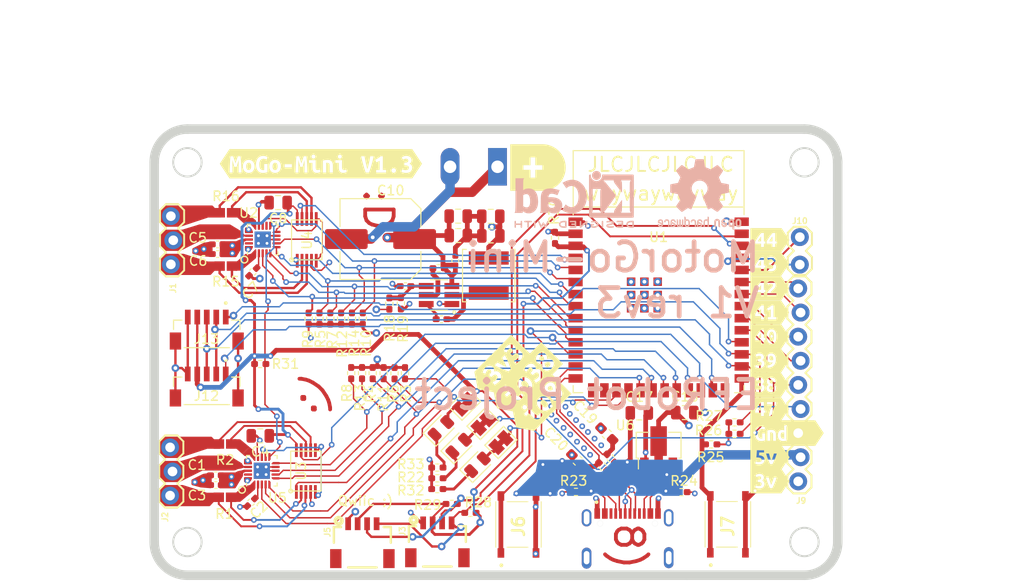
<source format=kicad_pcb>
(kicad_pcb (version 20221018) (generator pcbnew)
  (layers (0 "F.Cu" signal) (1 "In1.Cu" signal) (2 "In2.Cu" signal) (31 "B.Cu" signal) (34 "B.Paste" user) (35 "F.Paste" user) (36 "B.SilkS" user "B.Silkscreen") (37 "F.SilkS" user "F.Silkscreen") (38 "B.Mask" user) (39 "F.Mask" user) (44 "Edge.Cuts" user))
  (net 0 "")
  (net 5 "+BATT")
  (net 6 "GND")
  (net 7 "Net-(U5-VCP)")
  (net 8 "+3.3V")
  (net 9 "Net-(U2-VCP)")
  (net 10 "Net-(U2-V)")
  (net 11 "Net-(U2-W)")
  (net 12 "/motor_controls1/motor_fault_detect")
  (net 13 "Net-(U2-1.8v_out)")
  (net 14 "Net-(U2-U)")
  (net 15 "Net-(U3-in-1)")
  (net 16 "Net-(U3-in+1)")
  (net 17 "Net-(U3-ref_1)")
  (net 18 "Net-(U3-in+2)")
  (net 19 "Net-(U3-in-2)")
  (net 20 "Net-(U4-in+1)")
  (net 21 "Net-(U5-V)")
  (net 22 "/motor_controls/standby")
  (net 23 "/motor_controls/motor_fault_detect")
  (net 25 "+5V")
  (net 26 "Net-(C11-Pad2)")
  (net 27 "Net-(U7-SW)")
  (net 28 "Net-(U7-VBST)")
  (net 29 "Net-(U7-VFB)")
  (net 30 "usb_d-")
  (net 31 "usb_d+")
  (net 32 "m1_enc_cs")
  (net 33 "m2_enc_cs")
  (net 34 "m2_uh")
  (net 35 "m2_ul")
  (net 36 "m2_vh")
  (net 37 "m2_vl")
  (net 38 "m2_wh")
  (net 39 "m2_wl")
  (net 40 "m1_uh")
  (net 41 "m1_ul")
  (net 42 "m1_vh")
  (net 43 "m1_vl")
  (net 44 "m1_wh")
  (net 45 "m1_wl")
  (net 46 "Net-(U7-EN)")
  (net 47 "Net-(J11-CC1)")
  (net 48 "Net-(J11-DP1)")
  (net 49 "Net-(J11-DN1)")
  (net 51 "Net-(J11-CC2)")
  (net 52 "Net-(U1-GPIO0{slash}BOOT)")
  (net 53 "Net-(U1-EN)")
  (net 54 "m2_current_sense_u")
  (net 55 "m2_current_sense_w")
  (net 56 "Net-(J9-Pin_6)")
  (net 57 "Net-(J10-Pin_1)")
  (net 58 "Net-(J10-Pin_2)")
  (net 59 "m1_current_sense_w")
  (net 60 "m1_current_sense_u")
  (net 62 "Net-(U4-in+2)")
  (net 63 "enc_scl")
  (net 65 "enc_sda")
  (net 66 "sda")
  (net 67 "scl")
  (net 68 "gpio8")
  (net 69 "gpio38")
  (net 70 "Net-(D2-K)")
  (net 71 "Net-(D1-K)")
  (net 72 "Net-(D1-A)")
  (net 73 "Net-(D2-A)")
  (net 74 "Net-(D3-K)")
  (net 75 "Net-(D3-A)")
  (net 79 "Net-(J9-Pin_9)")
  (net 80 "Net-(J9-Pin_8)")
  (net 81 "Net-(J9-Pin_7)")
  (net 82 "gpio47")
  (footprint "mg_mini_v1r3:C_0402_1005Metric_Pad0.74x0.62mm_HandSolder" (layer "F.Cu") (at 124.702997 88.81574 -135)
    (fp_text reference "C2")
    (fp_text value "10NF" hide)
  )
  (footprint "mg_mini_v1r3:R_0402_1005Metric_Pad0.72x0.64mm_HandSolder" (layer "F.Cu") (at 135.331749 69.463466 90)
    (fp_text reference "R14")
    (fp_text value "1K")
  )
  (footprint "kibuzzard-65733C2B" (layer "F.Cu") (at 179.336741 73.902054)
    (fp_text reference "kibuzzard-65733C2B" hide)
    (fp_text value "G***" hide)
  )
  (footprint "mg_mini_v1r3:SolderJumper-2_P1.3mm_Bridged_Pad1.0x1.5mm" (layer "F.Cu") (at 151.025888 82.516393 45)
    (fp_text reference "JP1" hide)
    (fp_text value "SolderJumper_2_Bridged")
  )
  (footprint "mg_mini_v1r3:C_0805_2012Metric" (layer "F.Cu") (at 146.525 58.675 180)
    (fp_text reference "C13" hide)
    (fp_text value "10uF")
  )
  (footprint "mg_mini_v1r3:INA2181_VSSOP_10" (layer "F.Cu") (at 130.570599 61.1704 90)
    (fp_text reference "U4")
    (fp_text value "INA2181")
  )
  (footprint "mg_mini_v1r3:TMC6300 3x3mm" (layer "F.Cu") (at 125.9316 61.1364 90)
    (fp_text reference "U2")
    (fp_text value "TMC6300")
  )
  (footprint "mg_mini_v1r3:R_0402_1005Metric_Pad0.72x0.64mm_HandSolder" (layer "F.Cu") (at 133.052632 69.460817 90)
    (fp_text reference "R7")
    (fp_text value "1K")
  )
  (footprint "mg_mini_v1r3:C_0805_2012Metric" (layer "F.Cu") (at 170.395 79.365)
    (fp_text reference "C18")
    (fp_text value "22uF")
  )
  (footprint "kibuzzard-65733C60" (layer "F.Cu") (at 179.372063 84.078126)
    (fp_text reference "kibuzzard-65733C60" hide)
    (fp_text value "G***" hide)
  )
  (footprint "LED_SMD:LED_0805_2012Metric" (layer "F.Cu") (at 144.705531 81.022295 45)
    (fp_text reference "D3" hide)
    (fp_text value "LED")
  )
  (footprint "mg_mini_v1r3:C_0805_2012Metric" (layer "F.Cu") (at 165.605001 79.405)
    (fp_text reference "C17")
    (fp_text value "10uF")
  )
  (footprint "kibuzzard-65733C66" (layer "F.Cu") (at 179.370476 86.59)
    (fp_text reference "kibuzzard-65733C66" hide)
    (fp_text value "G***" hide)
  )
  (footprint "mg_mini_v1r3:R_0402_1005Metric_Pad0.72x0.64mm_HandSolder" (layer "F.Cu") (at 161.779057 85.052672 -45)
    (fp_text reference "R20" hide)
    (fp_text value "0")
  )
  (footprint "kibuzzard-65733C85" (layer "F.Cu") (at 181.171958 81.524108)
    (fp_text reference "kibuzzard-65733C85" hide)
    (fp_text value "G***" hide)
  )
  (footprint "mg_mini_v1r3:INA2181_VSSOP_10" (layer "F.Cu") (at 130.479524 85.526458 90)
    (fp_text reference "U3")
    (fp_text value "INA2181")
  )
  (footprint "mg_mini_v1r3:C_0805_2012Metric" (layer "F.Cu") (at 149.966079 60.751361 180)
    (fp_text reference "C9" hide)
    (fp_text value "22uF")
  )
  (footprint "mg_mini_v1r3:R_0402_1005Metric_Pad0.72x0.64mm_HandSolder" (layer "F.Cu") (at 173.183968 82.714817 180)
    (fp_text reference "R25")
    (fp_text value "5k1")
  )
  (footprint "mg_mini_v1r3:R_0402_1005Metric_Pad0.72x0.64mm_HandSolder" (layer "F.Cu") (at 144.46 64.162)
    (fp_text reference "R17" hide)
    (fp_text value "54.9k")
  )
  (footprint "mg_mini_v1r3:R_0402_1005Metric_Pad0.72x0.64mm_HandSolder" (layer "F.Cu") (at 144.3276 85.160104 180)
    (fp_text reference "R33")
    (fp_text value "1k")
  )
  (footprint "mg_mini_v1r3:C_0402_1005Metric_Pad0.74x0.62mm_HandSolder" (layer "F.Cu") (at 121.1844 62.664)
    (fp_text reference "C6")
    (fp_text value "10NF" hide)
  )
  (footprint "kibuzzard-65733FF1" (layer "F.Cu") (at 154.93 53.55 180)
    (fp_text reference "kibuzzard-65733FF1" hide)
    (fp_text value "G***" hide)
  )
  (footprint "mg_mini_v1r3:L_Changjiang_FNR5020S" (layer "F.Cu") (at 149.743141 64.931128 -90)
    (fp_text reference "L1" hide)
    (fp_text value "SRP3212A-4R7M")
  )
  (footprint "mg_mini_v1r3:RESC1608X55N" (layer "F.Cu") (at 121.952301 88.288832 180)
    (fp_text reference "R1")
    (fp_text value "R_Shunt_US" hide)
  )
  (footprint "mg_mini_v1r3:R_0402_1005Metric_Pad0.72x0.64mm_HandSolder" (layer "F.Cu") (at 144.335158 86.282843 180)
    (fp_text reference "R22")
    (fp_text value "1k")
  )
  (footprint "mg_mini_v1r3:JST_BM05B-SRSS-TB_LF__SN_" (layer "F.Cu") (at 120.035 77.825 180)
    (fp_text reference "J12")
    (fp_text value "BM05B-SRSS-TB_LF__SN_")
  )
  (footprint "kibuzzard-65733FCF" (layer "F.Cu") (at 132.06 53.15)
    (fp_text reference "kibuzzard-65733FCF" hide)
    (fp_text value "G***" hide)
  )
  (footprint "kibuzzard-65733972" (layer "F.Cu") (at 154.97398 78.577502 45)
    (fp_text reference "kibuzzard-65733972" hide)
    (fp_text value "G***" hide)
  )
  (footprint "kibuzzard-65733C45" (layer "F.Cu") (at 179.337138 78.99009)
    (fp_text reference "kibuzzard-65733C45" hide)
    (fp_text value "G***" hide)
  )
  (footprint "mg_mini_v1r3:R_0402_1005Metric_Pad0.72x0.64mm_HandSolder" (layer "F.Cu") (at 131.909969 69.464389 90)
    (fp_text reference "R5")
    (fp_text value "1K")
  )
  (footprint "mg_mini_v1r3:R_0402_1005Metric_Pad0.72x0.64mm_HandSolder" (layer "F.Cu") (at 170.044956 87.745727 180)
    (fp_text reference "R24")
    (fp_text value "5k1")
  )
  (footprint "mg_mini_v1r3:SolderJumper-2_P1.3mm_Bridged_Pad1.0x1.5mm" (layer "F.Cu") (at 147.211403 78.479487 45)
    (fp_text reference "JP3" hide)
    (fp_text value "SolderJumper_2_Bridged")
  )
  (footprint "mg_mini_v1r3:R_0402_1005Metric_Pad0.72x0.64mm_HandSolder" (layer "F.Cu") (at 162.603569 84.194141 -45)
    (fp_text reference "R21" hide)
    (fp_text value "0")
  )
  (footprint "mg_mini_v1r3:R_0402_1005Metric_Pad0.72x0.64mm_HandSolder" (layer "F.Cu") (at 140.485388 67.860515 90)
    (fp_text reference "R19")
    (fp_text value "54.9k")
  )
  (footprint "kibuzzard-65733C3A" (layer "F.Cu") (at 179.343488 76.446072)
    (fp_text reference "kibuzzard-65733C3A" hide)
    (fp_text value "G***" hide)
  )
  (footprint "mg_mini_v1r3:1X04_1MM_RA" (layer "F.Cu") (at 136.43052 91.07568)
    (fp_text reference "J5")
    (fp_text value "I2C_STANDARDQWIIC" hide)
  )
  (footprint "Capacitor_SMD:C_0805_2012Metric" (layer "F.Cu") (at 127.555 57.245 180)
    (fp_text reference "C8")
    (fp_text value "0.1UF")
  )
  (footprint "kibuzzard-65733C12" (layer "F.Cu") (at 179.344282 68.814018)
    (fp_text reference "kibuzzard-65733C12" hide)
    (fp_text value "G***" hide)
  )
  (footprint "mg_mini_v1r3:PTS526SM08SMTR2LFS" (layer "F.Cu") (at 174.934 91.138 90)
    (fp_text reference "J7")
    (fp_text value "~" hide)
  )
  (footprint "mg_mini_v1r3:C_0402_1005Metric_Pad0.74x0.62mm_HandSolder" (layer "F.Cu") (at 121.1824 61.6436 180)
    (fp_text reference "C5")
    (fp_text value "10NF" hide)
  )
  (footprint "mg_mini_v1r3:C_0805_2012Metric" (layer "F.Cu") (at 149.956078 58.691361 180)
    (fp_text reference "C11" hide)
    (fp_text value "22uF")
  )
  (footprint "mg_mini_v1r3:R_0402_1005Metric_Pad0.72x0.64mm_HandSolder" (layer "F.Cu") (at 130.769483 69.467106 90)
    (fp_text reference "R9")
    (fp_text value "1K")
  )
  (footprint "mg_mini_v1r3:ESP32-S3-WROOM-1" (layer "F.Cu") (at 167.64 67.52)
    (fp_text reference "U1")
    (fp_text value "ESP32-S3-WROOM-1")
  )
  (footprint "LED_SMD:LED_0805_2012Metric" (layer "F.Cu") (at 146.576324 82.893088 45)
    (fp_text reference "D2" hide)
    (fp_text value "LED")
  )
  (footprint "mg_mini_v1r3:R_0402_1005Metric_Pad0.72x0.64mm_HandSolder" (layer "F.Cu") (at 136.472512 69.461331 90)
    (fp_text reference "R10")
    (fp_text value "1K")
  )
  (footprint "mg_mini_v1r3:R_0402_1005Metric_Pad0.72x0.64mm_HandSolder" (layer "F.Cu") (at 158.932661 87.723495)
    (fp_text reference "R23")
    (fp_text value "5k1")
  )
  (footprint "mg_mini_v1r3:R_0402_1005Metric_Pad0.72x0.64mm_HandSolder" (layer "F.Cu") (at 138.669287 75.214236 -90)
    (fp_text reference "R11")
    (fp_text value "1K")
  )
  (footprint "mg_mini_v1r3:R_0402_1005Metric_Pad0.72x0.64mm_HandSolder" (layer "F.Cu") (at 140.923006 75.214927 -90)
    (fp_text reference "R3")
    (fp_text value "1K")
  )
  (footprint "mg_mini_v1r3:R_0402_1005Metric_Pad0.72x0.64mm_HandSolder" (layer "F.Cu") (at 175.633036 80.395264)
    (fp_text reference "R27")
    (fp_text value "5k1")
  )
  (footprint "mg_mini_v1r3:R_0402_1005Metric_Pad0.72x0.64mm_HandSolder" (layer "F.Cu") (at 175.632364 81.603353)
    (fp_text reference "R26")
    (fp_text value "5k1")
  )
  (footprint "kibuzzard-65733C02" (layer "F.Cu") (at 179.35341 66.27)
    (fp_text reference "kibuzzard-65733C02" hide)
    (fp_text value "G***" hide)
  )
  (footprint "mg_mini_v1r3:C_0402_1005Metric_Pad0.74x0.62mm_HandSolder" (layer "F.Cu") (at 120.99839 85.977162 180)
    (fp_text reference "C1")
    (fp_text value "10NF" hide)
  )
  (footprint "mg_mini_v1r3:C_0603_1608Metric_Pad1.08x0.95mm_HandSolder" (layer "F.Cu") (at 159.112541 84.436541 135)
    (fp_text reference "C20")
    (fp_text value "DNP")
  )
  (footprint "mg_mini_v1r3:C_0402_1005Metric_Pad0.74x0.62mm_HandSolder" (layer "F.Cu") (at 121.00319 87.000768)
    (fp_text reference "C3")
    (fp_text value "10NF" hide)
  )
  (footprint "mg_mini_v1r3:PTS526SM08SMTR2LFS" (layer "F.Cu") (at 152.874197 91.152726 90)
    (fp_text reference "J6")
    (fp_text value "~" hide)
  )
  (footprint "mg_mini_v1r3:1X03_LOCK" (layer "F.Cu") (at 116.301213 88.112054 90)
    (fp_text reference "J2")
    (fp_text value "CONN_03POLAR_LOCK" hide)
  )
  (footprint "mg_mini_v1r3:RESC1608X55N" (layer "F.Cu") (at 121.966183 82.673249 180)
    (fp_text reference "R2")
    (fp_text value "R_Shunt_US" hide)
  )
  (footprint "mg_mini_v1r3:R_0402_1005Metric_Pad0.72x0.64mm_HandSolder" (layer "F.Cu") (at 136.395397 75.206428 -90)
    (fp_text reference "R13")
    (fp_text value "1K")
  )
  (footprint "mg_mini_v1r3:SOT-23-6_Handsoldering" (layer "F.Cu") (at 144.506 66.984001 180)
    (fp_text reference "U7" hide)
    (fp_text value "TPS562208")
  )
  (footprint "mg_mini_v1r3:1X04_1MM_RA" (layer "F.Cu") (at 144.332773 90.985775)
    (fp_text reference "J3")
    (fp_text value "I2C_STANDARDQWIIC" hide)
  )
  (footprint "mg_mini_v1r3:GCT_USB4520-03-0-A_REVA" (layer "F.Cu") (at 164.37 95.15)
    (fp_text reference "J11" hide)
    (fp_text value "USB4520-03-0-A_REVA")
    (fp_circle (center -2.886617 -4.101065) (end -2.586617 -4.101065) (stroke (width 0.01)) (fill none) (layer "Edge.Cuts"))
    (fp_circle (center 2.89 -4.1) (end 3.19 -4.1) (stroke (width 0.01)) (fill none) (layer "Edge.Cuts"))
  )
  (footprint "mg_mini_v1r3:1X02_LOCK" (layer "F.Cu") (at 182.515 63.6 90)
    (fp_text reference "J10")
    (fp_text value "Conn_01x02_Pin" hide)
  )
  (footprint "mg_mini_v1r3:R_0402_1005Metric_Pad0.72x0.64mm_HandSolder" (layer "F.Cu") (at 145.83765 88.987791)
    (fp_text reference "R29")
    (fp_text value "5k1")
  )
  (footprint "mg_mini_v1r3:R_0402_1005Metric_Pad0.72x0.64mm_HandSolder" (layer "F.Cu") (at 125.669969 74.246958)
    (fp_text reference "R31")
    (fp_text value "5k1")
  )
  (footprint "mg_mini_v1r3:JST_BM05B-SRSS-TB_LF__SN_" (layer "F.Cu") (at 120.03757 71.826563 180)
    (fp_text reference "J13")
    (fp_text value "BM05B-SRSS-TB_LF__SN_")
  )
  (footprint "mg_mini_v1r3:R_0402_1005Metric_Pad0.72x0.64mm_HandSolder" (layer "F.Cu") (at 156.723042 60.951969 -90)
    (fp_text reference "R30")
    (fp_text value "5k1")
  )
  (footprint "mg_mini_v1r3:RESC1608X55N" (layer "F.Cu") (at 122.042299 63.932415 180)
    (fp_text reference "R15")
    (fp_text value "R_Shunt_US" hide)
  )
  (footprint "mg_mini_v1r3:C_Elec_8x10.2" (layer "F.Cu") (at 138.335605 61.085748 180)
    (fp_text reference "C10")
    (fp_text value "220uF")
  )
  (footprint "mg_mini_v1r3:SolderJumper-2_P1.3mm_Bridged_Pad1.0x1.5mm" (layer "F.Cu") (at 149.142435 80.51573 45)
    (fp_text reference "JP2" hide)
    (fp_text value "SolderJumper_2_Bridged")
  )
  (footprint "mg_mini_v1r3:C_0603_1608Metric_Pad1.08x0.95mm_HandSolder" (layer "F.Cu") (at 162.181754 81.621328 135)
    (fp_text reference "C19")
    (fp_text value "DNP")
  )
  (footprint "kibuzzard-6573395A" (layer "F.Cu") (at 150.898234 74.578089 45)
    (fp_text reference "kibuzzard-6573395A" hide)
    (fp_text value "G***" hide)
  )
  (footprint "mg_mini_v1r3:R_0402_1005Metric_Pad0.72x0.64mm_HandSolder" (layer "F.Cu") (at 139.819775 75.224444 -90)
    (fp_text reference "R6")
    (fp_text value "1K")
  )
  (footprint "mg_mini_v1r3:R_0402_1005Metric_Pad0.72x0.64mm_HandSolder" (layer "F.Cu") (at 144.326963 87.422886 180)
    (fp_text reference "R32")
    (fp_text value "1k")
  )
  (footprint "mg_mini_v1r3:C_0402_1005Metric_Pad0.74x0.62mm_HandSolder" (layer "F.Cu") (at 140.97 66.046001)
    (fp_text reference "C16" hide)
    (fp_text value ".1uF")
  )
  (footprint "LED_SMD:LED_0805_2012Metric" (layer "F.Cu") (at 148.55375 84.870514 45)
    (fp_text reference "D1" hide)
    (fp_text value "LED")
  )
  (footprint "mg_mini_v1r3:R_0402_1005Metric_Pad0.72x0.64mm_HandSolder" (layer "F.Cu") (at 134.19294 69.461909 90)
    (fp_text reference "R12")
    (fp_text value "1K")
  )
  (footprint "mg_mini_v1r3:C_0402_1005Metric_Pad0.74x0.62mm_HandSolder" (layer "F.Cu") (at 124.889332 64.54692 -135)
    (fp_text reference "C7")
    (fp_text value "10NF" hide)
  )
  (footprint "kibuzzard-65733965" (layer "F.Cu") (at 153.516456 75.997446 45)
    (fp_text reference "kibuzzard-65733965" hide)
    (fp_text value "G***" hide)
  )
  (footprint "mg_mini_v1r3:RESC1608X55N" (layer "F.Cu") (at 122.057923 58.313966 180)
    (fp_text reference "R16")
    (fp_text value "R_Shunt_US" hide)
  )
  (footprint "mg_mini_v1r3:C_0805_2012Metric" (layer "F.Cu") (at 146.535 60.715 180)
    (fp_text reference "C12" hide)
    (fp_text value "10uF")
  )
  (footprint "mg_mini_v1r3:TMC6300 3x3mm" (layer "F.Cu") (at 125.839938 85.494093 90)
    (fp_text reference "U5")
    (fp_text value "TMC6300")
  )
  (footprint "mg_mini_v1r3:R_0402_1005Metric_Pad0.72x0.64mm_HandSolder" (layer "F.Cu") (at 147.81175 89.929808 180)
    (fp_text reference "R28")
    (fp_text value "5k1")
  )
  (footprint "Capacitor_SMD:C_0805_2012Metric" (layer "F.Cu") (at 125.675 81.815 180)
    (fp_text reference "C4")
    (fp_text value "0.1UF")
  )
  (footprint "mg_mini_v1r3:1X03_LOCK" (layer "F.Cu") (at 116.384 63.754 90)
    (fp_text reference "J1")
    (fp_text value "CONN_03POLAR_LOCK" hide)
  )
  (footprint "mg_mini_v1r3:R_0402_1005Metric_Pad0.72x0.64mm_HandSolder" (layer "F.Cu") (at 135.252962 75.208475 -90)
    (fp_text reference "R8")
    (fp_text value "1K")
  )
  (footprint "mg_mini_v1r3:C_0402_1005Metric_Pad0.74x0.62mm_HandSolder" (layer "F.Cu") (at 144.772 69.528 180)
    (fp_text reference "C15" hide)
    (fp_text value ".1uF")
  )
  (footprint "kibuzzard-65733C20" (layer "F.Cu") (at 179.362141 71.358036)
    (fp_text reference "kibuzzard-65733C20" hide)
    (fp_text value "G***" hide)
  )
  (footprint "kibuzzard-65733A1B" (layer "F.Cu") (at 179.365473 61.18)
    (fp_text reference "kibuzzard-65733A1B" hide)
    (fp_text value "G***" hide)
  )
  (footprint "mg_mini_v1r3:1X09_LOCK" (layer "F.Cu") (at 182.471 86.61 90)
    (fp_text reference "J9")
    (fp_text value "Conn_01x09_Pin" hide)
  )
  (footprint "mg_mini_v1r3:SOT-89-3" (layer "F.Cu") (at 167.640001 82.804 90)
    (fp_text reference "U6")
    (fp_text value "AZ1117C")
  )
  (footprint "mg_mini_v1r3:C_0402_1005Metric" (layer "F.Cu") (at 146.225 63.355 -90)
    (fp_text reference "C14" hide)
    (fp_text value ".1uF")
  )
  (footprint "mg_mini_v1r3:R_0402_1005Metric_Pad0.72x0.64mm_HandSolder" (layer "F.Cu") (at 139.274867 67.883996 90)
    (fp_text reference "R18")
    (fp_text value "10k")
  )
  (footprint "kibuzzard-65733A0D" (layer "F.Cu") (at 179.343332 63.714018)
    (fp_text reference "kibuzzard-65733A0D" hide)
    (fp_text value "G***" hide)
  )
  (footprint "mg_mini_v1r3:R_0402_1005Metric_Pad0.72x0.64mm_HandSolder" (layer "F.Cu") (at 137.516133 75.209531 -90)
    (fp_text reference "R4")
    (fp_text value "1K")
  )
  (footprint "mg_mini_v1r3:KiCad-Logo2_5mm_SilkScreen" (layer "B.Cu") (at 158.75 56.896 180)
    (fp_text reference "REF**" hide)
    (fp_text value "KiCad-Logo2_5mm_SilkScreen" hide)
  )
  (footprint "mg_mini_v1r3:OSHW-Logo2_9.8x8mm_SilkScreen" (layer "B.Cu") (at 171.958 56.388 180)
    (fp_text reference "REF**" hide)
    (fp_text value "OSHW-Logo2_9.8x8mm_SilkScreen" hide)
  )
  (footprint "mg_mini_v1r3:TerminalBlock_Altech_AK300-2_P5.00mm" (layer "B.Cu") (at 150.668062 53.472238 180)
    (fp_text reference "J8" hide)
    (fp_text value "~")
  )
  (gr_circle (center 124 63.25) (end 124.25 63.5) (stroke (width 0.15)) (fill none) (layer "F.SilkS"))
  (gr_circle (center 123.75 87.5) (end 124 87.75) (stroke (width 0.15)) (fill none) (layer "F.SilkS"))
  (gr_arc (start 118 96.5) (mid 115.525127 95.474874) (end 114.5 93) (stroke (width 1)) (layer "Edge.Cuts"))
  (gr_circle locked (center 183 93) (end 184.5 93) (stroke (width 0.2)) (fill none) (layer "Edge.Cuts"))
  (gr_line (start 186.5 53) (end 186.51 92.98) (stroke (width 1)) (layer "Edge.Cuts"))
  (gr_arc (start 186.51 92.98) (mid 185.479016 95.469015) (end 182.99 96.5) (stroke (width 1)) (layer "Edge.Cuts"))
  (gr_arc (start 114.5 53) (mid 115.525126 50.525127) (end 118 49.5) (stroke (width 1)) (layer "Edge.Cuts"))
  (gr_line (start 118 49.5) (end 183 49.5) (stroke (width 1)) (layer "Edge.Cuts"))
  (gr_circle locked (center 118 93) (end 119.5 93) (stroke (width 0.2)) (fill none) (layer "Edge.Cuts"))
  (gr_line (start 182.9816 96.5) (end 170.54 96.5) (stroke (width 1)) (layer "Edge.Cuts"))
  (gr_circle locked (center 118 53) (end 119.5 53) (stroke (width 0.2)) (fill none) (layer "Edge.Cuts"))
  (gr_circle locked (center 183 53) (end 184.5 53) (stroke (width 0.2)) (fill none) (layer "Edge.Cuts"))
  (gr_arc (start 183 49.5) (mid 185.474873 50.525126) (end 186.5 53) (stroke (width 1)) (layer "Edge.Cuts"))
  (gr_line (start 118 96.5) (end 170.54 96.5) (stroke (width 1)) (layer "Edge.Cuts"))
  (gr_line (start 114.5 53) (end 114.5 93) (stroke (width 1)) (layer "Edge.Cuts"))
  (gr_text "8)" (at 162.75 90.75 270) (layer "F.Cu") (effects (font (size 3 3) (thickness 0.4)) (justify left bottom)))
  (gr_text ":)" (at 131 80 45) (layer "F.Cu") (effects (font (size 3 3) (thickness 0.4)) (justify left bottom)))
  (gr_text ":D" (at 136.340001 55.57 -90) (layer "F.Cu") (effects (font (size 3 3) (thickness 0.4)) (justify left bottom)))
  (gr_text "MotorGo-Mini\nV1 rev3\n\nEFRobot Project" (at 178.562 79.248) (layer "B.SilkS") (effects (font (size 3 3) (thickness 0.5) bold) (justify left bottom mirror)))
  (gr_text "JLCJLCJLCJLC" (at 160.02 54.102) (layer "F.SilkS") (effects (font (size 1.5 1.5) (thickness 0.2) bold) (justify left bottom)))
  (gr_text "Qwiic ;)" (at 133.75 89.25) (layer "F.SilkS") (effects (font (size 1 1)) (justify left bottom)))
  (gr_text "waywaywayway" (at 159.62 57.14) (layer "F.SilkS") (effects (font (size 1.5 1.5) (thickness 0.2) bold) (justify left bottom)))
  (segment (start 143.105748 61.085748) (end 144.92 62.9) (width 0.5) (layer "F.Cu") (net 5))
  (segment (start 147.988062 56.152238) (end 145.507762 56.152238) (width 1) (layer "F.Cu") (net 5))
  (segment (start 150.668062 53.472238) (end 147.988062 56.152238) (width 1) (layer "F.Cu") (net 5))
  (segment (start 145.575 60.705) (end 145.585 60.715) (width 0.5) (layer "F.Cu") (net 5))
  (segment (start 123.535134 89.300134) (end 123.579618 89.25565) (width 0.3) (layer "F.Cu") (net 5))
  (segment (start 124.588049 64.898049) (end 124.588049 64.848203) (width 0.25) (layer "F.Cu") (net 5))
  (segment (start 124.94 65.25) (end 124.588049 64.898049) (width 0.3) (layer "F.Cu") (net 5))
  (segment (start 141.5 60.93) (end 141.655748 61.085748) (width 0.5) (layer "F.Cu") (net 5))
  (segment (start 146.225 64.5915) (end 145.856 64.9605) (width 0.5) (layer "F.Cu") (net 5))
  (segment (start 145.0575 64.162) (end 145.856 64.9605) (width 0.5) (layer "F.Cu") (net 5))
  (segment (start 141.935605 61.085748) (end 143.105748 61.085748) (width 0.5) (layer "F.Cu") (net 5))
  (segment (start 145.1095 63.835) (end 144.92 64.0245) (width 0.5) (layer "F.Cu") (net 5))
  (segment (start 125.6245 65.25) (end 124.94 65.25) (width 0.3) (layer "F.Cu") (net 5))
  (segment (start 146.225 63.835) (end 145.1095 63.835) (width 0.5) (layer "F.Cu") (net 5))
  (segment (start 142.306353 60.715) (end 141.935605 61.085748) (width 0.5) (layer "F.Cu") (net 5))
  (segment (start 145.507762 56.152238) (end 141.935605 59.724395) (width 1) (layer "F.Cu") (net 5))
  (segment (start 124.498051 89.25565) (end 124.498051 89.205804) (width 0.25) (layer "F.Cu") (net 5))
  (segment (start 146.225 63.835) (end 146.225 64.5915) (width 0.5) (layer "F.Cu") (net 5))
  (segment (start 141.935605 59.724395) (end 141.935605 61.085748) (width 1) (layer "F.Cu") (net 5))
  (segment (start 144.92 64.0245) (end 145.0575 64.162) (width 0.5) (layer "F.Cu") (net 5))
  (segment (start 123.579618 89.25565) (end 124.498051 89.25565) (width 0.3) (layer "F.Cu") (net 5))
  (segment (start 145.575 58.675) (end 145.575 60.705) (width 0.5) (layer "F.Cu") (net 5))
  (segment (start 141.655748 61.085748) (end 141.935605 61.085748) (width 0.5) (layer "F.Cu") (net 5))
  (segment (start 145.585 60.715) (end 142.306353 60.715) (width 0.5) (layer "F.Cu") (net 5))
  (segment (start 139.05 60.93) (end 141.5 60.93) (width 1) (layer "F.Cu") (net 5))
  (segment (start 145.856 64.9605) (end 145.856 66.034001) (width 0.5) (layer "F.Cu") (net 5))
  (segment (start 144.92 62.9) (end 144.92 64.0245) (width 0.5) (layer "F.Cu") (net 5))
  (via (at 122.642802 86.943201) (size 0.6) (drill 0.3) (layers "F.Cu" "B.Cu") (net 5))
  (via (at 125.6245 65.25) (size 0.8) (drill 0.4) (layers "F.Cu" "B.Cu") (net 5))
  (via (at 139.05 60.93) (size 0.8) (drill 0.4) (layers "F.Cu" "B.Cu") (net 5))
  (via (at 123.535134 89.300134) (size 0.6) (drill 0.3) (layers "F.Cu" "B.Cu") (net 5))
  (via (at 122.7328 62.5856) (size 0.6) (drill 0.3) (layers "F.Cu" "B.Cu") (net 5))
  (via (at 122.7328 61.7728) (size 0.6) (drill 0.3) (layers "F.Cu" "B.Cu") (net 5))
  (via (at 122.642802 86.130401) (size 0.6) (drill 0.3) (layers "F.Cu" "B.Cu") (net 5))
  (segment (start 125.275 81.815) (end 124.725 81.815) (width 0.25) (layer "F.Cu") (net 6))
  (segment (start 130.769483 70.064606) (end 130.775258 70.058831) (width 0.2) (layer "F.Cu") (net 6))
  (segment (start 142.7734 90.932) (end 142.556 90.932) (width 0.3) (layer "F.Cu") (net 6))
  (segment (start 132.95694 63.54306) (end 132.1286 64.3714) (width 0.152) (layer "F.Cu") (net 6))
  (segment (start 176.784 88.616) (end 177.8 87.6) (width 0.5) (layer "F.Cu") (net 6))
  (segment (start 137.338617 61.085748) (end 134.735605 61.085748) (width 1) (layer "F.Cu") (net 6))
  (segment (start 130.775258 70.058831) (end 136.472512 70.058831) (width 0.3) (layer "F.Cu") (net 6))
  (segment (start 161.17 88.526) (end 161.036 88.392) (width 0.3) (layer "F.Cu") (net 6))
  (segment (start 159.76 59.26) (end 158.89 59.26) (width 0.3) (layer "F.Cu") (net 6))
  (segment (start 116.735 74.676) (end 117.411 74.676) (width 0.25) (layer "F.Cu") (net 6))
  (segment (start 167.57 89.77) (end 167.57 88.462) (width 0.5) (layer "F.Cu") (net 6))
  (segment (start 134.93192 90.559383) (end 135.689493 89.80181) (width 0.25) (layer "F.Cu") (net 6))
  (segment (start 137.516133 74.612031) (end 137.637969 74.612031) (width 0.3) (layer "F.Cu") (net 6))
  (segment (start 172.505 79.365) (end 172.53 79.34) (width 0.5) (layer "F.Cu") (net 6))
  (segment (start 116.735 74.676) (end 116.735 77.825) (width 0.25) (layer "F.Cu") (net 6))
  (segment (start 171.45 87.884) (end 171.311727 87.745727) (width 0.152) (layer "F.Cu") (net 6))
  (segment (start 138 73.75) (end 138 74.25) (width 0.3) (layer "F.Cu") (net 6))
  (segment (start 171.311727 87.745727) (end 170.642456 87.745727) (width 0.152) (layer "F.Cu") (net 6))
  (segment (start 117.411 74.676) (end 118.035 75.3) (width 0.25) (layer "F.Cu") (net 6))
  (segment (start 138 74.25) (end 138 74.128164) (width 0.3) (layer "F.Cu") (net 6))
  (segment (start 125.6255 82.1655) (end 125.275 81.815) (width 0.25) (layer "F.Cu") (net 6))
  (segment (start 123.33757 77.82243) (end 123.335 77.825) (width 0.25) (layer "F.Cu") (net 6))
  (segment (start 138 74.128164) (end 138 73.75) (width 0.3) (layer "F.Cu") (net 6))
  (segment (start 174.8 59.2) (end 176.33 59.2) (width 0.3) (layer "F.Cu") (net 6))
  (segment (start 171.345 79.365) (end 172.505 79.365) (width 0.5) (layer "F.Cu") (net 6))
  (segment (start 118.03757 75.29743) (end 118.035 75.3) (width 0.25) (layer "F.Cu") (net 6))
  (segment (start 125.84 57.12) (end 126.48 57.12) (width 0.3) (layer "F.Cu") (net 6))
  (segment (start 144.55998 67.8755) (end 144.618481 67.934001) (width 0.2) (layer "F.Cu") (net 6))
  (segment (start 136.5 70.086319) (end 136.5 70.5) (width 0.3) (layer "F.Cu") (net 6))
  (segment (start 126.48 57.12) (end 126.605 57.245) (width 0.3) (layer "F.Cu") (net 6))
  (segment (start 166.274001 79.686) (end 166.274001 83.5636) (width 0.5) (layer "F.Cu") (net 6))
  (segment (start 176.784 94.138) (end 176.784 88.616) (width 0.5) (layer "F.Cu") (net 6))
  (segment (start 137.637969 74.612031) (end 138 74.25) (width 0.3) (layer "F.Cu") (net 6))
  (segment (start 134.93192 91.07568) (end 134.93192 90.559383) (width 0.25) (layer "F.Cu") (net 6))
  (segment (start 176.33 59.2) (end 176.39 59.26) (width 0.3) (layer "F.Cu") (net 6))
  (segment (start 144.618481 67.934001) (end 145.856 67.934001) (width 0.2) (layer "F.Cu") (net 6))
  (segment (start 130.980601 88.879401) (end 130.980601 87.728001) (width 0.152) (layer "F.Cu") (net 6))
  (segment (start 132.1286 64.3714) (end 131.32385 64.3714) (width 0.152) (layer "F.Cu") (net 6))
  (segment (start 154.724197 94.152726) (end 154.686 94.234) (width 0.5) (layer "F.Cu") (net 6))
  (segment (start 137.52 60.904365) (end 137.338617 61.085748) (width 0.5) (layer "F.Cu") (net 6))
  (segment (start 126.539938 85.094093) (end 126.389938 84.944093) (width 0.152) (layer "F.Cu") (net 6))
  (segment (start 166.555001 79.405) (end 166.274001 79.686) (width 0.5) (layer "F.Cu") (net 6))
  (segment (start 126.6316 60.7364) (end 126.4816 60.5864) (width 0.152) (layer "F.Cu") (net 6))
  (segment (start 143.729463 84.529463) (end 143.5 84.3) (width 0.3) (layer "F.Cu") (net 6))
  (segment (start 154.724197 89.261803) (end 154.724197 88.152726) (width 0.5) (layer "F.Cu") (net 6))
  (segment (start 137.9 68.5) (end 139.256363 68.5) (width 0.152) (layer "F.Cu") (net 6))
  (segment (start 116.73757 74.67343) (end 116.73757 71.826563) (width 0.25) (layer "F.Cu") (net 6))
  (segment (start 125.5316 57.4284) (end 125.715 57.245) (width 0.2) (layer "F.Cu") (net 6))
  (segment (start 140.916553 74.610976) (end 138 74.610975) (width 0.3) (layer "F.Cu") (net 6))
  (segment (start 167.57 88.462) (end 167.64 88.392) (width 0.3) (layer "F.Cu") (net 6))
  (segment (start 127.289938 85.094093) (end 126.539938 85.094093) (width 0.152) (layer "F.Cu") (net 6))
  (segment (start 138 74.25) (end 138.25 74.5) (width 0.3) (layer "F.Cu") (net 6))
  (segment (start 136.9755 70.9755) (end 137.9 70.9755) (width 0.3) (layer "F.Cu") (net 6))
  (segment (start 125.5316 59.6864) (end 125.5316 57.4284) (width 0.2) (layer "F.Cu") (net 6))
  (segment (start 116.735 74.676) (end 116.73757 74.67343) (width 0.25) (layer "F.Cu") (net 6))
  (segment (start 160.2 59.7) (end 159.76 59.26) (width 0.3) (layer "F.Cu") (net 6))
  (segment (start 161.17 89.77) (end 161.17 88.526) (width 0.5) (layer "F.Cu") (net 6))
  (segment (start 127.289938 85.494093) (end 125.839938 85.494093) (width 0.152) (layer "F.Cu") (net 6))
  (segment (start 131.32385 64.3714) (end 131.070599 64.118149) (width 0.152) (layer "F.Cu") (net 6))
  (segment (start 131.1148 89.0136) (end 130.980601 88.879401) (width 0.152) (layer "F.Cu") (net 6))
  (segment (start 157.48 87.884) (end 157.640505 87.723495) (width 0.152) (layer "F.Cu") (net 6))
  (segment (start 125.36 82.5555) (end 125.6255 82.29) (width 0.152) (layer "F.Cu") (net 6))
  (segment (start 125.6255 82.29) (end 125.6255 82.1655) (width 0.25) (layer "F.Cu") (net 6))
  (segment (start 154.686 89.3) (end 154.724197 89.261803) (width 0.5) (layer "F.Cu") (net 6))
  (segment (start 143.819499 87.431) (end 143.819 87.431) (width 0.2) (layer "F.Cu") (net 6))
  (segment (start 125.49 57.47) (end 125.84 57.12) (width 0.3) (layer "F.Cu") (net 6))
  (segment (start 142.556 90.932) (end 141.524 89.9) (width 0.3) (layer "F.Cu") (net 6))
  (segment (start 138 74.610975) (end 138 74.25) (width 0.3) (layer "F.Cu") (net 6))
  (segment (start 143.729463 87.422886) (end 143.729463 84.529463) (width 0.3) (layer "F.Cu") (net 6))
  (segment (start 125.36 83.962399) (end 125.36 82.5555) (width 0.152) (layer "F.Cu") (net 6))
  (segment (start 125.715 57.245) (end 126.605 57.245) (width 0.2) (layer "F.Cu") (net 6))
  (segment (start 127.3816 60.7364) (end 126.6316 60.7364) (width 0.152) (layer "F.Cu") (net 6))
  (segment (start 130.769483 71.269483) (end 131 71.5) (width 0.2) (layer "F.Cu") (net 6))
  (segment (start 124.4916 62.0984) (end 124.4016 62.1884) (width 0.152) (layer "F.Cu") (net 6))
  (segment (start 166.274001 84.62) (end 166.140001 84.754) (width 0.3) (layer "F.Cu") (net 6))
  (segment (start 125.49 57.47) (end 125.5316 57.5116) (width 0.152) (layer "F.Cu") (net 6))
  (segment (start 118.03757 69.301563) (end 118.03757 75.29743) (width 0.25) (layer "F.Cu") (net 6))
  (segment (start 143.819 87.431) (end 143.764 87.376) (width 0.2) (layer "F.Cu") (net 6))
  (segment (start 130.769483 70.064606) (end 130.769483 71.269483) (width 0.2) (layer "F.Cu") (net 6))
  (segment (start 136.472512 70.058831) (end 136.5 70.086319) (width 0.3) (layer "F.Cu") (net 6))
  (segment (start 166.274001 83.5636) (end 166.274001 84.62) (width 0.3) (layer "F.Cu") (net 6))
  (segment (start 131.070599 64.118149) (end 131.070599 63.3704) (width 0.152) (layer "F.Cu") (net 6))
  (segment (start 136.5 70.5) (end 136.9755 70.9755) (width 0.3) (layer "F.Cu") (net 6))
  (segment (start 139.218504 68.481496) (end 139.274867 68.481496) (width 0.2) (layer "F.Cu") (net 6))
  (segment (start 157.640505 87.723495) (end 158.335161 87.723495) (width 0.152) (layer "F.Cu") (net 6))
  (segment (start 123.33757 71.826563) (end 123.33757 77.82243) (width 0.25) (layer "F.Cu") (net 6))
  (segment (start 124.401602 86.456001) (end 124.311602 86.546001) (width 0.152) (layer "F.Cu") (net 6))
  (segment (start 139.256363 68.5) (end 139.274867 68.481496) (width 0.152) (layer "F.Cu") (net 6))
  (segment (start 138 74.610975) (end 135.252962 74.610975) (width 0.3) (layer "F.Cu") (net 6))
  (segment (start 154.686 94.234) (end 154.686 89.3) (width 0.5) (layer "F.Cu") (net 6))
  (segment (start 127.3816 61.1364) (end 125.9316 61.1364) (width 0.152) (layer "F.Cu") (net 6))
  (via (at 161.544 81.026) (size 0.6) (drill 0.3) (layers "F.Cu" "B.Cu") (net 6))
  (via (at 158.32806 81.67194) (size 0.6) (drill 0.3) (layers "F.Cu" "B.Cu") (net 6))
  (via (at 166.274001 83.5636) (size 0.6) (drill 0.3) (layers "F.Cu" "B.Cu") (net 6))
  (via (at 164.74 66.98) (size 0.8) (drill 0.4) (layers "F.Cu" "B.Cu") (net 6))
  (via (at 118.782002 86.689201) (size 0.6) (drill 0.3) (layers "F.Cu" "B.Cu") (net 6))
  (via (at 154.686 94.234) (size 0.6) (drill 0.3) (layers "F.Cu" "B.Cu") (net 6))
  (via (at 164.74 68.38) (size 0.8) (drill 0.4) (layers "F.Cu" "B.Cu") (net 6))
  (via (at 161.590842 82.809158) (size 0.6) (drill 0.3) (layers "F.Cu" "B.Cu") (net 6))
  (via (at 124.4016 62.1884) (size 0.6) (drill 0.3) (layers "F.Cu" "B.Cu") (net 6))
  (via (at 116.735 74.676) (size 0.8) (drill 0.4) (layers "F.Cu" "B.Cu") (net 6))
  (via (at 157.62806 80.97194) (size 0.6) (drill 0.3) (layers "F.Cu" "B.Cu") (net 6))
  (via (at 159.044166 82.433634) (size 0.6) (drill 0.3) (layers "F.Cu" "B.Cu") (net 6))
  (via (at 166.14 65.58) (size 0.8) (drill 0.4) (layers "F.Cu" "B.Cu") (net 6))
  (via (at 159.590842 80.809158) (size 0.6) (drill 0.3) (layers "F.Cu" "B.Cu") (net 6))
  (via (at 123.33757 73.66) (size 0.8) (drill 0.4) (layers "F.Cu" "B.Cu") (net 6))
  (via (at 171.45 87.884) (size 0.6) (drill 0.3) (layers "F.Cu" "B.Cu") (net 6))
  (via (at 135.689493 89.80181) (size 0.8) (drill 0.4) (layers "F.Cu" "B.Cu") (net 6))
  (via (at 159.77806 83.12194) (size 0.6) (drill 0.3) (layers "F.Cu" "B.Cu") (net 6))
  (via (at 166.14 68.38) (size 0.8) (drill 0.4) (layers "F.Cu" "B.Cu") (net 6))
  (via (at 177.8 87.6) (size 0.6) (drill 0.3) (layers "F.Cu" "B.Cu") (net 6))
  (via (at 157.48 87.884) (size 0.6) (drill 0.3) (layers "F.Cu" "B.Cu") (net 6))
  (via (at 131 71.5) (size 0.6) (drill 0.3) (layers "F.Cu" "B.Cu") (net 6))
  (via (at 137.52 60.904365) (size 0.8) (drill 0.4) (layers "F.Cu" "B.Cu") (net 6))
  (via (at 132.95694 63.54306) (size 0.6) (drill 0.3) (layers "F.Cu" "B.Cu") (net 6))
  (via (at 157.8255 78.75) (size 0.6) (drill 0.3) (layers "F.Cu" "B.Cu") (net 6))
  (via (at 124.351602 84.426001) (size 0.6) (drill 0.3) (layers "F.Cu" "B.Cu") (net 6))
  (via (at 164.735137 65.597355) (size 0.8) (drill 0.4) (layers "F.Cu" "B.Cu") (net 6))
  (via (at 156.87806 80.22194) (size 0.6) (drill 0.3) (layers "F.Cu" "B.Cu") (net 6))
  (via (at 137.9 70.9755) (size 0.8) (drill 0.4) (layers "F.Cu" "B.Cu") (net 6))
  (via (at 166.14 66.98) (size 0.8) (drill 0.4) (layers "F.Cu" "B.Cu") (net 6))
  (via (at 143.5 84.3) (size 0.6) (drill 0.3) (layers "F.Cu" "B.Cu") (net 6))
  (via (at 160.419981 83.809449) (size 0.6) (drill 0.3) (layers "F.Cu" "B.Cu") (net 6))
  (via (at 167.54 66.98) (size 0.8) (drill 0.4) (layers "F.Cu" "B.Cu") (net 6))
  (via (at 156.342637 79.578908) (size 0.6) (drill 0.3) (layers "F.Cu" "B.Cu") (net 6))
  (via (at 167.54 68.38) (size 0.8) (drill 0.4) (layers "F.Cu" "B.Cu") (net 6))
  (via (at 174.8 59.2) (size 0.8) (drill 0.4) (layers "F.Cu" "B.Cu") (net 6))
  (via (at 141.524 89.9) (size 0.6) (drill 0.3) (layers "F.Cu" "B.Cu") (net 6))
  (via (at 119.727546 62.136006) (size 0.6) (drill 0.3) (layers "F.Cu" "B.Cu") (net 6))
  (via (at 138 73.75) (size 0.8) (drill 0.4) (layers "F.Cu" "B.Cu") (net 6))
  (via (at 158.496 83.82) (size 0.6) (drill 0.3) (layers "F.Cu" "B.Cu") (net 6))
  (via (at 124.311602 86.546001) (size 0.6) (drill 0.3) (layers "F.Cu" "B.Cu") (net 6))
  (via (at 124.4416 60.0684) (size 0.6) (drill 0.3) (layers "F.Cu" "B.Cu") (net 6))
  (via (at 125.6255 82.29) (size 0.6) (drill 0.3) (layers "F.Cu" "B.Cu") (net 6))
  (via (at 160.890842 82.109158) (size 0.6) (drill 0.3) (layers "F.Cu" "B.Cu") (net 6))
  (via (at 118.872 62.3316) (size 0.6) (drill 0.3) (layers "F.Cu" "B.Cu") (net 6))
  (via (at 161.036 88.392) (size 0.6) (drill 0.3) (layers "F.Cu" "B.Cu") (net 6))
  (via (at 144.55998 67.8755) (size 0.6) (drill 0.3) (layers "F.Cu" "B.Cu") (net 6))
  (via (at 167.54 65.58) (size 0.8) (drill 0.4) (layers "F.Cu" "B.Cu") (net 6))
  (via (at 158.283364 79.501678) (size 0.6) (drill 0.3) (layers "F.Cu" "B.Cu") (net 6))
  (via (at 167.64 88.392) (size 0.6) (drill 0.3) (layers "F.Cu" "B.Cu") (net 6))
  (via (at 160.2 59.7) (size 0.6) (drill 0.3) (layers "F.Cu" "B.Cu") (net 6))
  (via (at 172.53 79.34) (size 0.8) (drill 0.4) (layers "F.Cu" "B.Cu") (net 6))
  (via (at 131.1148 89.0136) (size 0.6) (drill 0.3) (layers "F.Cu" "B.Cu") (net 6))
  (via (at 119.637548 86.493607) (size 0.6) (drill 0.3) (layers "F.Cu" "B.Cu") (net 6))
  (via (at 156.3225 78.680558) (size 0.6) (drill 0.3) (layers "F.Cu" "B.Cu") (net 6))
  (via (at 125.49 57.47) (size 0.6) (drill 0.3) (layers "F.Cu" "B.Cu") (net 6))
  (via (at 137.9 68.5) (size 0.8) (drill 0.4) (layers "F.Cu" "B.Cu") (net 6))
  (via (at 158.940842 80.159158) (size 0.6) (drill 0.3) (layers "F.Cu" "B.Cu") (net 6))
  (via (at 160.190842 81.409158) (size 0.6) (drill 0.3) (layers "F.Cu" "B.Cu") (net 6))
  (via (at 154.686 89.3) (size 0.6) (drill 0.3) (layers "F.Cu" "B.Cu") (net 6))
  (segment (start 137.52 60.904365) (end 138.624365 59.8) (width 1) (layer "B.Cu") (net 6))
  (segment (start 145.668062 55.981938) (end 145.668062 53.472238) (width 1) (layer "B.Cu") (net 6))
  (segment (start 141.85 59.8) (end 145.668062 55.981938) (width 1) (layer "B.Cu") (net 6))
  (segment (start 138.624365 59.8) (end 141.85 59.8) (width 1) (layer "B.Cu") (net 6))
  (segment (start 125.409202 86.976401) (end 125.441602 86.944001) (width 0.152) (layer "F.Cu") (net 7))
  (segment (start 125.409202 88.281701) (end 125.409202 86.976401) (width 0.152) (layer "F.Cu") (net 7))
  (segment (start 128.59 81.71) (end 129.480601 82.600601) (width 0.152) (layer "F.Cu") (net 8))
  (segment (start 126.76 81.68) (end 126.625 81.815) (width 0.3) (layer "F.Cu") (net 8))
  (segment (start 169.445 79.365) (end 169.465 79.365) (width 0.5) (layer "F.Cu") (net 8))
  (segment (start 135.93268 90.63532) (end 137.580209 88.987791) (width 0.25) (layer "F.Cu") (net 8))
  (segment (start 152.75 82.962) (end 148.185362 87.526638) (width 0.2) (layer "F.Cu") (net 8))
  (segment (start 127.352 72.8) (end 137.3 72.8) (width 0.5) (layer "F.Cu") (net 8))
  (segment (start 147.671022 78.019868) (end 147.532132 78.158758) (width 0.3) (layer "F.Cu") (net 8))
  (segment (start 125.072469 70.466969) (end 125.072469 73.406) (width 0.3) (layer "F.Cu") (net 8))
  (segment (start 148.5 77.1) (end 149.1 77.1) (width 0.2) (layer "F.Cu") (net 8))
  (segment (start 156.668573 60.3) (end 156.898573 60.53) (width 0.5) (layer "F.Cu") (net 8))
  (segment (start 147.532132 78.158758) (end 147.532132 78.273868) (width 0.3) (layer "F.Cu") (net 8))
  (segment (start 128.778 58.42) (end 128.617917 58.259917) (width 0.3) (layer "F.Cu") (net 8))
  (segment (start 148.3 77.1) (end 148.5 77.1) (width 0.5) (layer "F.Cu") (net 8))
  (segment (start 119.035 76.363) (end 119.035 75.3) (width 0.5) (layer "F.Cu") (net 8))
  (segment (start 156 60.3) (end 156.668573 60.3) (width 0.5) (layer "F.Cu") (net 8))
  (segment (start 169.465 79.365) (end 170.83 80.73) (width 0.5) (layer "F.Cu") (net 8))
  (segment (start 175.035536 81.665264) (end 175.035536 81.563536) (width 0.2) (layer "F.Cu") (net 8))
  (segment (start 175.006 81.534) (end 175.035536 81.504464) (width 0.2) (layer "F.Cu") (net 8))
  (segment (start 175.035536 81.563536) (end 175.006 81.534) (width 0.2) (layer "F.Cu") (net 8))
  (segment (start 175.035536 81.504464) (end 175.035536 80.588025) (width 0.2) (layer "F.Cu") (net 8))
  (segment (start 137.3 72.8) (end 138.968 71.132) (width 0.5) (layer "F.Cu") (net 8))
  (segment (start 125.072469 78.602469) (end 125.476 79.006) (width 0.3) (layer "F.Cu") (net 8))
  (segment (start 152.75 80.75) (end 152.75 82.962) (width 0.2) (layer "F.Cu") (net 8))
  (segment (start 167.640001 80.239999) (end 167.640001 84.6665) (width 0.5) (layer "F.Cu") (net 8))
  (segment (start 125.072469 73.406) (end 125.072469 78.602469) (width 0.3) (layer "F.Cu") (net 8))
  (segment (start 129.570599 58.044199) (end 129.570599 58.9704) (width 0.152) (layer "F.Cu") (net 8))
  (segment (start 149.1 77.1) (end 152.75 80.75) (width 0.2) (layer "F.Cu") (net 8))
  (segment (start 148.5 77.1) (end 148.29756 76.89756) (width 0.152) (layer "F.Cu") (net 8))
  (segment (start 135.93268 91.07568) (end 135.93268 90.63532) (width 0.25) (layer "F.Cu") (net 8))
  (segment (start 156.668573 60.3) (end 156.723042 60.354469) (width 0.5) (layer "F.Cu") (net 8))
  (segment (start 148.844 90.932) (end 148.844 90.364558) (width 0.2) (layer "F.Cu") (net 8))
  (segment (start 144.06979 92.202) (end 143.77416 91.90637) (width 0.3) (layer "F.Cu") (net 8))
  (segment (start 175 81.7008) (end 175.035536 81.665264) (width 0.2) (layer "F.Cu") (net 8))
  (segment (start 129.480601 82.600601) (end 129.480601 83.328001) (width 0.152) (layer "F.Cu") (net 8))
  (segment (start 148.5 77.1) (end 147.671022 77.928978) (width 0.3) (layer "F.Cu") (net 8))
  (segment (start 175.035536 80.588025) (end 175.034864 80.587353) (width 0.2) (layer "F.Cu") (net 8))
  (segment (start 125.072469 67.926969) (end 125.072469 70.466969) (width 0.3) (layer "F.Cu") (net 8))
  (segment (start 143.77416 91.90637) (end 143.77416 90.932) (width 0.3) (layer "F.Cu") (net 8))
  (segment (start 142.332 71.132) (end 148.3 77.1) (width 0.5) (layer "F.Cu") (net 8))
  (segment (start 128.59 81.71) (end 128.56 81.68) (width 0.3) (layer "F.Cu") (net 8))
  (segment (start 143.77416 90.932) (end 143.77416 90.453781) (width 0.2) (layer "F.Cu") (net 8))
  (segment (start 138.968 71.132) (end 142.332 71.132) (width 0.5) (layer "F.Cu") (net 8))
  (segment (start 119.03757 69.301563) (end 119.03757 75.29743) (width 0.25) (layer "F.Cu") (net 8))
  (segment (start 119.03757 75.29743) (end 119.035 75.3) (width 0.25) (layer "F.Cu") (net 8))
  (segment (start 173.781468 82.714817) (end 174.885183 82.714817) (width 0.2) (layer "F.Cu") (net 8))
  (segment (start 137.580209 88.987791) (end 145.24015 88.987791) (width 0.25) (layer "F.Cu") (net 8))
  (segment (start 143.77416 90.453781) (end 145.24015 88.987791) (width 0.2) (layer "F.Cu") (net 8))
  (segment (start 169.445 79.365) (end 168.515 79.365) (width 0.5) (layer "F.Cu") (net 8))
  (segment (start 148.5 77.1) (end 148.5 77.00844) (width 0.152) (layer "F.Cu") (net 8))
  (segment (start 119.38 76.708) (end 119.035 76.363) (width 0.5) (layer "F.Cu") (net 8))
  (segment (start 128.56 81.68) (end 126.76 81.68) (width 0.3) (layer "F.Cu") (net 8))
  (segment (start 128.465516 57.615537) (end 129.141937 57.615537) (width 0.152) (layer "F.Cu") (net 8))
  (segment (start 128.617917 58.259917) (end 128.617917 57.767938) (width 0.3) (layer "F.Cu") (net 8))
  (segment (start 148.844 90.288358) (end 148.844 91.078229) (width 0.3) (layer "F.Cu") (net 8))
  (segment (start 168.515 79.365) (end 168.28 79.6) (width 0.5) (layer "F.Cu") (net 8))
  (segment (start 129.141937 57.615537) (end 129.570599 58.044199) (width 0.152) (layer "F.Cu") (net 8))
  (segment (start 168.28 79.6) (end 167.640001 80.239999) (width 0.5) (layer "F.Cu") (net 8))
  (segment (start 174.885183 82.714817) (end 175 82.6) (width 0.2) (layer "F.Cu") (net 8))
  (segment (start 148.185362 87.526638) (end 148.185362 87.725395) (width 0.2) (layer "F.Cu") (net 8))
  (segment (start 147.671022 77.928978) (end 147.671022 78.019868) (width 0.3) (layer "F.Cu") (net 8))
  (segment (start 147.720229 92.202) (end 144.06979 92.202) (width 0.3) (layer "F.Cu") (net 8))
  (segment (start 156.898573 60.53) (end 158.89 60.53) (width 0.5) (layer "F.Cu") (net 8))
  (segment (start 126.746 73.406) (end 127.352 72.8) (width 0.5) (layer "F.Cu") (net 8))
  (segment (start 148.844 91.078229) (end 147.720229 92.202) (width 0.3) (layer "F.Cu") (net 8))
  (segment (start 124.6841 67.5386) (end 125.072469 67.926969) (width 0.3) (layer "F.Cu") (net 8))
  (segment (start 175 82.6) (end 175 81.7008) (width 0.2) (layer "F.Cu") (net 8))
  (segment (start 148.38385 89.828208) (end 148.844 90.288358) (width 0.3) (layer "F.Cu") (net 8))
  (segment (start 124.1298 67.5386) (end 124.6841 67.5386) (width 0.3) (layer "F.Cu") (net 8))
  (segment (start 148.844 90.364558) (end 148.40925 89.929808) (width 0.2) (layer "F.Cu") (net 8))
  (via (at 148.185362 87.725395) (size 0.8) (drill 0.4) (layers "F.Cu" "B.Cu") (net 8))
  (via (at 148.844 90.932) (size 0.8) (drill 0.4) (layers "F.Cu" "B.Cu") (net 8))
  (via (at 156 60.3) (size 0.6) (drill 0.3) (layers "F.Cu" "B.Cu") (net 8))
  (via (at 125.476 79.006) (size 0.6) (drill 0.3) (layers "F.Cu" "B.Cu") (net 8))
  (via (at 148.5 77.1) (size 0.6) (drill 0.3) (layers "F.Cu" "B.Cu") (net 8))
  (via (at 119.38 76.708) (size 0.8) (drill 0.4) (layers "F.Cu" "B.Cu") (net 8))
  (via (at 175 82.6) (size 0.6) (drill 0.3) (layers "F.Cu" "B.Cu") (net 8))
  (via (at 125.072469 73.406) (size 0.6) (drill 0.3) (layers "F.Cu" "B.Cu") (net 8))
  (via (at 128.778 58.42) (size 0.6) (drill 0.3) (layers "F.Cu" "B.Cu") (net 8))
  (via (at 128.59 81.71) (size 0.6) (drill 0.3) (layers "F.Cu" "B.Cu") (net 8))
  (via (at 126.746 73.406) (size 0.6) (drill 0.3) (layers "F.Cu" "B.Cu") (net 8))
  (via (at 170.83 80.73) (size 0.8) (drill 0.4) (layers "F.Cu" "B.Cu") (net 8))
  (via (at 124.1298 67.5386) (size 0.6) (drill 0.3) (layers "F.Cu" "B.Cu") (net 8))
  (segment (start 124.1298 67.5386) (end 123.7516 67.1604) (width 0.3) (layer "B.Cu") (net 8))
  (segment (start 148.336 89.916) (end 148.844 90.424) (width 0.2) (layer "B.Cu") (net 8))
  (segment (start 125.792261 59.4184) (end 126.790661 58.42) (width 0.3) (layer "B.Cu") (net 8))
  (segment (start 148.185362 87.725395) (end 148.185362 89.765362) (width 0.2) (layer "B.Cu") (net 8))
  (segment (start 128.59 81.71) (end 128.071231 81.191231) (width 0.3) (layer "B.Cu") (net 8))
  (segment (start 121.491652 76.708) (end 119.38 76.708) (width 0.5) (layer "B.Cu") (net 8))
  (segment (start 128.071231 79.493261) (end 127.58397 79.006) (width 0.3) (layer "B.Cu") (net 8))
  (segment (start 148.844 90.424) (end 148.844 90.932) (width 0.2) (layer "B.Cu") (net 8))
  (segment (start 128.071231 81.191231) (end 128.071231 79.493261) (width 0.3) (layer "B.Cu") (net 8))
  (segment (start 126.790661 58.42) (end 128.778 58.42) (width 0.3) (layer "B.Cu") (net 8))
  (segment (start 127.58397 79.006) (end 125.476 79.006) (width 0.3) (layer "B.Cu") (net 8))
  (segment (start 125.476 73.406) (end 124.793652 73.406) (width 0.5) (layer "B.Cu") (net 8))
  (segment (start 126.746 73.406) (end 125.476 73.406) (width 0.5) (layer "B.Cu") (net 8))
  (segment (start 123.7516 67.1604) (end 123.7516 59.839161) (width 0.3) (layer "B.Cu") (net 8))
  (segment (start 125.476 73.406) (end 125.072469 73.406) (width 0.5) (layer "B.Cu") (net 8))
  (segment (start 124.172361 59.4184) (end 125.792261 59.4184) (width 0.3) (layer "B.Cu") (net 8))
  (segment (start 148.185362 89.765362) (end 148.336 89.916) (width 0.2) (layer "B.Cu") (net 8))
  (segment (start 123.7516 59.839161) (end 124.172361 59.4184) (width 0.3) (layer "B.Cu") (net 8))
  (segment (start 124.793652 73.406) (end 121.491652 76.708) (width 0.5) (layer "B.Cu") (net 8))
  (segment (start 125.4992 63.9241) (end 125.4992 62.6188) (width 0.152) (layer "F.Cu") (net 9))
  (segment (start 125.4992 62.6188) (end 125.5316 62.5864) (width 0.152) (layer "F.Cu") (net 9))
  (segment (start 124.4816 60.7364) (end 123.7184 60.7364) (width 0.152) (layer "F.Cu") (net 10))
  (segment (start 123.7184 60.7364) (end 123.698 60.7568) (width 0.152) (layer "F.Cu") (net 10))
  (segment (start 129.2098 66.2432) (end 130.070599 65.382401) (width 0.25) (layer "F.Cu") (net 11))
  (segment (start 123.9012 66.2432) (end 129.2098 66.2432) (width 0.25) (layer "F.Cu") (net 11))
  (segment (start 122.692299 63.932415) (end 122.692299 65.034299) (width 0.25) (layer "F.Cu") (net 11))
  (segment (start 122.692299 65.034299) (end 123.9012 66.2432) (width 0.25) (layer "F.Cu") (net 11))
  (segment (start 130.070599 65.382401) (end 130.070599 63.3704) (width 0.25) (layer "F.Cu") (net 11))
  (segment (start 125.9316 59.6989) (end 125.9316 59.281684) (width 0.152) (layer "F.Cu") (net 13))
  (segment (start 131.570599 59.718149) (end 131.570599 58.9704) (width 0.152) (layer "F.Cu") (net 13))
  (segment (start 132.2 62.540999) (end 132 62.740999) (width 0.152) (layer "F.Cu") (net 13))
  (segment (start 128.28045 58.928) (end 129.55045 60.198) (width 0.152) (layer "F.Cu") (net 13))
  (segment (start 126.285284 58.928) (end 128.28045 58.928) (width 0.152) (layer "F.Cu") (net 13))
  (segment (start 129.55045 60.198) (end 131.090748 60.198) (width 0.152) (layer "F.Cu") (net 13))
  (segment (start 125.9316 59.281684) (end 126.285284 58.928) (width 0.152) (layer "F.Cu") (net 13))
  (segment (start 132 62.740999) (end 132 62.940999) (width 0.152) (layer "F.Cu") (net 13))
  (segment (start 131.8684 58.9704) (end 132.2 59.302) (width 0.152) (layer "F.Cu") (net 13))
  (segment (start 132 62.940999) (end 131.570599 63.3704) (width 0.152) (layer "F.Cu") (net 13))
  (segment (start 131.090748 60.198) (end 131.570599 59.718149) (width 0.152) (layer "F.Cu") (net 13))
  (segment (start 131.570599 58.9704) (end 131.8684 58.9704) (width 0.152) (layer "F.Cu") (net 13))
  (segment (start 132.2 59.302) (end 132.2 62.540999) (width 0.152) (layer "F.Cu") (net 13))
  (segment (start 122.707923 58.313966) (end 122.707923 57.632077) (width 0.25) (layer "F.Cu") (net 14))
  (segment (start 122.707923 57.632077) (end 124.19 56.15) (width 0.25) (layer "F.Cu") (net 14))
  (segment (start 124.19 56.15) (end 129.6322 56.15) (width 0.25) (layer "F.Cu") (net 14))
  (segment (start 129.6322 56.15) (end 130.570599 57.088399) (width 0.25) (layer "F.Cu") (net 14))
  (segment (start 130.570599 57.088399) (end 130.570599 58.9704) (width 0.25) (layer "F.Cu") (net 14))
  (segment (start 123.91855 90.6735) (end 122.602301 89.357251) (width 0.2) (layer "F.Cu") (net 15))
  (segment (start 122.602301 89.357251) (end 122.602301 88.288832) (width 0.2) (layer "F.Cu") (net 15))
  (segment (start 125 90.6735) (end 123.91855 90.6735) (width 0.2) (layer "F.Cu") (net 15))
  (segment (start 129.594312 88.9775) (end 129.979524 88.592288) (width 0.2) (layer "F.Cu") (net 15))
  (segment (start 129.979524 88.592288) (end 129.979524 87.726458) (width 0.2) (layer "F.Cu") (net 15))
  (segment (start 129.42783 88.9775) (end 129.594312 88.9775) (width 0.2) (layer "F.Cu") (net 15))
  (via (at 125 90.6735) (size 0.6) (drill 0.3) (layers "F.Cu" "B.Cu") (net 15))
  (via (at 129.42783 88.9775) (size 0.6) (drill 0.3) (layers "F.Cu" "B.Cu") (net 15))
  (segment (start 127.73183 90.6735) (end 129.42783 88.9775) (width 0.2) (layer "B.Cu") (net 15))
  (segment (start 125 90.6735) (end 127.73183 90.6735) (width 0.2) (layer "B.Cu") (net 15))
  (segment (start 130.426719 88.653971) (end 130.429524 88.651166) (width 0.2) (layer "F.Cu") (net 16))
  (segment (start 130.426719 89.053707) (end 130.426719 88.653971) (width 0.2) (layer "F.Cu") (net 16))
  (segment (start 123.663469 91.35) (end 121.302301 88.988832) (width 0.2) (layer "F.Cu") (net 16))
  (segment (start 130.429524 87.776458) (end 130.479524 87.726458) (width 0.2) (layer "F.Cu") (net 16))
  (segment (start 121.302301 88.988832) (end 121.302301 88.288832) (width 0.2) (layer "F.Cu") (net 16))
  (segment (start 125.6 91.35) (end 123.663469 91.35) (width 0.2) (layer "F.Cu") (net 16))
  (segment (start 130.327526 89.1529) (end 130.426719 89.053707) (width 0.2) (layer "F.Cu") (net 16))
  (segment (start 130.429524 88.651166) (end 130.429524 87.776458) (width 0.2) (layer "F.Cu") (net 16))
  (via (at 130.327526 89.1529) (size 0.6) (drill 0.3) (layers "F.Cu" "B.Cu") (net 16))
  (via (at 125.6 91.35) (size 0.6) (drill 0.3) (layers "F.Cu" "B.Cu") (net 16))
  (segment (start 125.6 91.35) (end 128.5 91.35) (width 0.2) (layer "B.Cu") (net 16))
  (segment (start 130.327526 89.522474) (end 130.327526 89.1529) (width 0.2) (layer "B.Cu") (net 16))
  (segment (start 128.5 91.35) (end 130.327526 89.522474) (width 0.2) (layer "B.Cu") (net 16))
  (segment (start 131.479524 83.326458) (end 131.723542 83.326458) (width 0.2) (layer "F.Cu") (net 17))
  (segment (start 131.7752 88.0738) (end 131.479524 87.778124) (width 0.152) (layer "F.Cu") (net 17))
  (segment (start 131.723542 83.326458) (end 132.1 82.95) (width 0.2) (layer "F.Cu") (net 17))
  (segment (start 131.479524 87.778124) (end 131.479524 87.726458) (width 0.152) (layer "F.Cu") (net 17))
  (segment (start 125.839938 83.35226) (end 125.839938 84.056593) (width 0.152) (layer "F.Cu") (net 17))
  (segment (start 125.943348 83.24885) (end 125.839938 83.35226) (width 0.152) (layer "F.Cu") (net 17))
  (via (at 131.7752 88.0738) (size 0.6) (drill 0.3) (layers "F.Cu" "B.Cu") (net 17))
  (via (at 132.1 82.95) (size 0.6) (drill 0.3) (layers "F.Cu" "B.Cu") (net 17))
  (via (at 125.943348 83.24885) (size 0.6) (drill 0.3) (layers "F.Cu" "B.Cu") (net 17))
  (segment (start 132.08 87.769) (end 131.7752 88.0738) (width 0.152) (layer "B.Cu") (net 17))
  (segment (start 128.140909 83.361101) (end 126.055599 83.361101) (width 0.152) (layer "B.Cu") (net 17))
  (segment (start 132 83.05) (end 128.45201 83.05) (width 0.152) (layer "B.Cu") (net 17))
  (segment (start 128.45201 83.05) (end 128.140909 83.361101) (width 0.152) (layer "B.Cu") (net 17))
  (segment (start 132.1 82.95) (end 132.08 82.97) (width 0.152) (layer "B.Cu") (net 17))
  (segment (start 132.08 82.97) (end 132.08 87.769) (width 0.152) (layer "B.Cu") (net 17))
  (segment (start 126.055599 83.361101) (end 125.943348 83.24885) (width 0.152) (layer "B.Cu") (net 17))
  (segment (start 132.1 82.95) (end 132 83.05) (width 0.152) (layer "B.Cu") (net 17))
  (segment (start 129.42 80.37) (end 130.979524 81.929524) (width 0.2) (layer "F.Cu") (net 18))
  (segment (start 130.979524 81.929524) (end 130.979524 83.326458) (width 0.2) (layer "F.Cu") (net 18))
  (segment (start 121.316183 82.673249) (end 121.316183 82.323249) (width 0.2) (layer "F.Cu") (net 18))
  (segment (start 121.316183 82.323249) (end 123.269432 80.37) (width 0.2) (layer "F.Cu") (net 18))
  (segment (start 123.269432 80.37) (end 129.42 80.37) (width 0.2) (layer "F.Cu") (net 18))
  (segment (start 130.479524 82.429524) (end 130.479524 83.326458) (width 0.2) (layer "F.Cu") (net 19))
  (segment (start 128.82 80.77) (end 130.479524 82.429524) (width 0.2) (layer "F.Cu") (net 19))
  (segment (start 123.98 80.77) (end 128.82 80.77) (width 0.2) (layer "F.Cu") (net 19))
  (segment (start 122.616183 82.673249) (end 122.616183 82.133817) (width 0.2) (layer "F.Cu") (net 19))
  (segment (start 122.616183 82.133817) (end 123.98 80.77) (width 0.2) (layer "F.Cu") (net 19))
  (segment (start 130.570599 65.796801) (end 130.570599 63.3704) (width 0.25) (layer "F.Cu") (net 20))
  (segment (start 129.6162 66.7512) (end 130.570599 65.796801) (width 0.25) (layer "F.Cu") (net 20))
  (segment (start 121.392299 64.682415) (end 123.461084 66.7512) (width 0.25) (layer "F.Cu") (net 20))
  (segment (start 123.461084 66.7512) (end 129.6162 66.7512) (width 0.25) (layer "F.Cu") (net 20))
  (segment (start 121.392299 63.932415) (end 121.392299 64.682415) (width 0.25) (layer "F.Cu") (net 20))
  (segment (start 124.391602 85.094001) (end 123.628402 85.094001) (width 0.152) (layer "F.Cu") (net 21))
  (segment (start 123.628402 85.094001) (end 123.608002 85.114401) (width 0.152) (layer "F.Cu") (net 21))
  (segment (start 126.17 68.893) (end 126.17 78.511269) (width 0.152) (layer "F.Cu") (net 22))
  (segment (start 127.421731 79.763) (end 126.17 78.511269) (width 0.152) (layer "F.Cu") (net 22))
  (segment (start 126.921361 59.6864) (end 126.7316 59.6864) (width 0.152) (layer "F.Cu") (net 22))
  (segment (start 127.74 82.945603) (end 126.641602 84.044001) (width 0.152) (layer "F.Cu") (net 22))
  (segment (start 127.104261 59.5035) (end 126.921361 59.6864) (width 0.152) (layer "F.Cu") (net 22))
  (segment (start 127.74 82.47) (end 127.74 82.945603) (width 0.152) (layer "F.Cu") (net 22))
  (segment (start 126.492 68.571) (end 126.17 68.893) (width 0.152) (layer "F.Cu") (net 22))
  (segment (start 126.492 67.6402) (end 126.492 68.571) (width 0.152) (layer "F.Cu") (net 22))
  (via (at 127.421731 79.763) (size 0.6) (drill 0.3) (layers "F.Cu" "B.Cu") (net 22))
  (via (at 126.492 67.6402) (size 0.6) (drill 0.3) (layers "F.Cu" "B.Cu") (net 22))
  (via (at 127.104261 59.5035) (size 0.6) (drill 0.3) (layers "F.Cu" "B.Cu") (net 22))
  (via (at 127.74 82.47) (size 0.6) (drill 0.3) (layers "F.Cu" "B.Cu") (net 22))
  (segment (start 127.74 82.47) (end 127.421731 82.151731) (width 0.152) (layer "B.Cu") (net 22))
  (segment (start 127.104261 62.015739) (end 127.104261 59.5035) (width 0.152) (layer "B.Cu") (net 22))
  (segment (start 126.3 62.82) (end 127.104261 62.015739) (width 0.152) (layer "B.Cu") (net 22))
  (segment (start 126.3 67.4482) (end 126.3 62.82) (width 0.152) (layer "B.Cu") (net 22))
  (segment (start 127.421731 82.151731) (end 127.421731 79.763) (width 0.152) (layer "B.Cu") (net 22))
  (segment (start 126.492 67.6402) (end 126.3 67.4482) (width 0.152) (layer "B.Cu") (net 22))
  (segment (start 140.485388 68.458015) (end 140.841985 68.458015) (width 0.3) (layer "F.Cu") (net 25))
  (segment (start 161.97 88.369991) (end 161.97 89.77) (width 0.152) (layer "F.Cu") (net 25))
  (segment (start 150.916079 58.701362) (end 150.906078 58.691361) (width 0.5) (layer "F.Cu") (net 25))
  (segment (start 149.743141 61.924299) (end 150.916079 60.751361) (width 0.5) (layer "F.Cu") (net 25))
  (segment (start 167.445991 87.63) (end 166.77 88.305991) (width 0.152) (layer "F.Cu") (net 25))
  (segment (start 164.655001 84.264999) (end 164.338 84.582) (width 0.5) (layer "F.Cu") (net 25))
  (segment (start 139.860501 66.046001) (end 139.6 65.7855) (width 0.3) (layer "F.Cu") (net 25))
  (segment (start 150.916079 59.79) (end 150.916079 58.701362) (width 0.5) (layer "F.Cu") (net 25))
  (segment (start 161.230009 87.63) (end 161.97 88.369991) (width 0.152) (layer "F.Cu") (net 25))
  (segment (start 168.402 87.63) (end 167.445991 87.63) (width 0.152) (layer "F.Cu") (net 25))
  (segment (start 168.5 85.394001) (end 169.140001 84.754) (width 0.3) (layer "F.Cu") (net 25))
  (segment (start 140.4025 66.046001) (end 139.860501 66.046001) (width 0.3) (layer "F.Cu") (net 25))
  (segment (start 150.916079 60.751361) (end 150.916079 59.79) (width 0.5) (layer "F.Cu") (net 25))
  (segment (start 164.655001 79.405) (end 164.655001 84.264999) (width 0.5) (layer "F.Cu") (net 25))
  (segment (start 168.5 85.9) (end 168.5 85.394001) (width 0.3) (layer "F.Cu") (net 25))
  (segment (start 160.528 87.63) (end 161.230009 87.63) (width 0.152) (layer "F.Cu") (net 25))
  (segment (start 150.916079 59.79) (end 150.07 59.79) (width 0.5) (layer "F.Cu") (net 25))
  (segment (start 149.743141 63.081128) (end 149.743141 61.924299) (width 0.5) (layer "F.Cu") (net 25))
  (segment (start 140.841985 68.458015) (end 141.4 67.9) (width 0.3) (layer "F.Cu") (net 25))
  (segment (start 166.77 88.305991) (end 166.77 89.77) (width 0.152) (layer "F.Cu") (net 25))
  (via (at 160.528 87.63) (size 0.6) (drill 0.3) (layers "F.Cu" "B.Cu") (net 25))
  (via (at 169.926 86.614) (size 0.6) (drill 0.3) (layers "F.Cu" "B.Cu") (net 25))
  (via (at 157.48 84.455) (size 0.6) (drill 0.3) (layers "F.Cu" "B.Cu") (net 25))
  (via (at 139.6 65.7855) (size 0.6) (drill 0.3) (layers "F.Cu" "B.Cu") (net 25))
  (via (at 156.21 87.884) (size 0.6) (drill 0.3) (layers "F.Cu" "B.Cu") (net 25))
  (via (at 164.338 84.582) (size 0.6) (drill 0.3) (layers "F.Cu" "B.Cu") (net 25))
  (via (at 168.5 85.9) (size 0.6) (drill 0.3) (layers "F.Cu" "B.Cu") (net 25))
  (via (at 152.654 87.884) (size 0.6) (drill 0.3) (layers "F.Cu" "B.Cu") (net 25))
  (via (at 141.4 67.9) (size 0.6) (drill 0.3) (layers "F.Cu" "B.Cu") (net 25))
  (via (at 150.07 59.79) (size 0.8) (drill 0.4) (layers "F.Cu" "B.Cu") (net 25))
  (via (at 168.402 87.63) (size 0.6) (drill 0.3) (layers "F.Cu" "B.Cu") (net 25))
  (via (at 155.448 84.836) (size 0.6) (drill 0.3) (layers "F.Cu" "B.Cu") (net 25))
  (segment (start 172.72 83.82) (end 169.926 86.614) (width 1) (layer "B.Cu") (net 25))
  (segment (start 182.598 84.07) (end 182.348 83.82) (width 1) (layer "B.Cu") (net 25))
  (segment (start 182.348 83.82) (end 172.72 83.82) (width 1) (layer "B.Cu") (net 25))
  (segment (start 146.225 61.975) (end 147.485 60.715) (width 0.5) (layer "F.Cu") (net 26))
  (segment (start 149.016079 58.701362) (end 149.006078 58.691361) (width 0.5) (layer "F.Cu") (net 26))
  (segment (start 149.016079 60.751361) (end 147.521361 60.751361) (width 0.5) (layer "F.Cu") (net 26))
  (segment (start 147.491361 58.691361) (end 147.475 58.675) (width 0.5) (layer "F.Cu") (net 26))
  (segment (start 147.485 60.715) (end 147.485 58.685) (width 0.5) (layer "F.Cu") (net 26))
  (segment (start 149.006078 58.691361) (end 147.491361 58.691361) (width 0.5) (layer "F.Cu") (net 26))
  (segment (start 146.225 62.875) (end 146.225 61.975) (width 0.5) (layer "F.Cu") (net 26))
  (segment (start 149.016079 60.751361) (end 149.016079 58.701362) (width 0.5) (layer "F.Cu") (net 26))
  (segment (start 147.485 58.685) (end 147.475 58.675) (width 0.5) (layer "F.Cu") (net 26))
  (segment (start 147.521361 60.751361) (end 147.485 60.715) (width 0.5) (layer "F.Cu") (net 26))
  (segment (start 149.090268 66.984001) (end 149.603141 66.471128) (width 0.5) (layer "F.Cu") (net 27))
  (segment (start 145.856 66.984001) (end 149.090268 66.984001) (width 0.5) (layer "F.Cu") (net 27))
  (segment (start 146.911 66.984001) (end 147.086 67.159001) (width 0.5) (layer "F.Cu") (net 27))
  (segment (start 147.086 67.159001) (end 147.086 68.494) (width 0.5) (layer "F.Cu") (net 27))
  (segment (start 147.086 68.494) (end 146.052 69.528) (width 0.5) (layer "F.Cu") (net 27))
  (segment (start 145.856 66.984001) (end 146.911 66.984001) (width 0.5) (layer "F.Cu") (net 27))
  (segment (start 146.052 69.528) (end 145.3395 69.528) (width 0.5) (layer "F.Cu") (net 27))
  (segment (start 144.2045 68.982501) (end 143.156 67.934001) (width 0.3) (layer "F.Cu") (net 28))
  (segment (start 144.2045 69.528) (end 144.2045 68.982501) (width 0.3) (layer "F.Cu") (net 28))
  (segment (start 141.5375 66.046001) (end 141.5375 66.210903) (width 0.3) (layer "F.Cu") (net 29))
  (segment (start 143.144 66.046001) (end 141.5375 66.046001) (width 0.3) (layer "F.Cu") (net 29))
  (segment (start 143.156 66.034001) (end 143.144 66.046001) (width 0.3) (layer "F.Cu") (net 29))
  (segment (start 141.5375 66.210903) (end 140.485388 67.263015) (width 0.3) (layer "F.Cu") (net 29))
  (segment (start 140.374867 67.286496) (end 139.274867 67.286496) (width 0.5) (layer "F.Cu") (net 29))
  (segment (start 156.898 75.977) (end 158.375 74.5) (width 0.152) (layer "F.Cu") (net 30))
  (segment (start 160.940316 85.046421) (end 159.722421 85.046421) (width 0.5) (layer "F.Cu") (net 30))
  (segment (start 158.375 74.5) (end 158.89 74.5) (width 0.152) (layer "F.Cu") (net 30))
  (segment (start 161.356561 84.630176) (end 160.940316 85.046421) (width 0.5) (layer "F.Cu") (net 30))
  (segment (start 161.356561 84.630176) (end 161.356561 83.88656) (width 0.152) (layer "F.Cu") (net 30))
  (segment (start 161.356561 83.88656) (end 156.898 79.427999) (width 0.152) (layer "F.Cu") (net 30))
  (segment (start 156.898 79.427999) (end 156.898 75.977) (width 0.152) (layer "F.Cu") (net 30))
  (segment (start 157.25 76.25) (end 157.73 75.77) (width 0.152) (layer "F.Cu") (net 31))
  (segment (start 162.791634 83.161084) (end 162.791634 82.231208) (width 0.5) (layer "F.Cu") (net 31))
  (segment (start 157.25 79.282196) (end 157.25 76.25) (width 0.152) (layer "F.Cu") (net 31))
  (segment (start 161.739449 83.771645) (end 157.25 79.282196) (width 0.152) (layer "F.Cu") (net 31))
  (segment (start 162.181073 83.771645) (end 162.791634 83.161084) (width 0.5) (layer "F.Cu") (net 31))
  (segment (start 162.181073 83.771645) (end 161.739449 83.771645) (width 0.152) (layer "F.Cu") (net 31))
  (segment (start 157.73 75.77) (end 158.89 75.77) (width 0.152) (layer "F.Cu") (net 31))
  (segment (start 176.312 71.882) (end 176.39 71.96) (width 0.3) (layer "F.Cu") (net 32))
  (segment (start 122.698437 69.301563) (end 122.851991 69.148009) (width 0.25) (layer "F.Cu") (net 32))
  (segment (start 122.03757 69.301563) (end 122.698437 69.301563) (width 0.25) (layer "F.Cu") (net 32))
  (segment (start 175.006 71.882) (end 176.312 71.882) (width 0.152) (layer "F.Cu") (net 32))
  (via (at 122.851991 69.148009) (size 0.8) (drill 0.4) (layers "F.Cu" "B.Cu") (net 32))
  (via (at 175.006 71.882) (size 0.6) (drill 0.3) (layers "F.Cu" "B.Cu") (net 32))
  (segment (start 171.9 66.3) (end 175.006 69.406) (width 0.152) (layer "B.Cu") (net 32))
  (segment (start 138.356009 68) (end 140.212785 68) (width 0.152) (layer "B.Cu") (net 32))
  (segment (start 140.212785 68) (end 140.712785 68.5) (width 0.152) (layer "B.Cu") (net 32))
  (segment (start 122.851991 69.148009) (end 123.7838 68.2162) (width 0.152) (layer "B.Cu") (net 32))
  (segment (start 156.1 68.5) (end 156.6 68) (width 0.152) (layer "B.Cu") (net 32))
  (segment (start 159.7 66.3) (end 171.9 66.3) (width 0.152) (layer "B.Cu") (net 32))
  (segment (start 175.006 69.406) (end 175.006 71.882) (width 0.152) (layer "B.Cu") (net 32))
  (segment (start 140.712785 68.5) (end 156.1 68.5) (width 0.152) (layer "B.Cu") (net 32))
  (segment (start 127.695788 68.2162) (end 128.093988 67.818) (width 0.152) (layer "B.Cu") (net 32))
  (segment (start 138.174009 67.818) (end 138.356009 68) (width 0.152) (layer "B.Cu") (net 32))
  (segment (start 128.093988 67.818) (end 138.174009 67.818) (width 0.152) (layer "B.Cu") (net 32))
  (segment (start 156.6 68) (end 158 68) (width 0.152) (layer "B.Cu") (net 32))
  (segment (start 123.7838 68.2162) (end 127.695788 68.2162) (width 0.152) (layer "B.Cu") (net 32))
  (segment (start 158 68) (end 159.7 66.3) (width 0.152) (layer "B.Cu") (net 32))
  (segment (start 122.035 73.775) (end 122.035 75.3) (width 0.152) (layer "F.Cu") (net 33))
  (segment (start 121.92 73.66) (end 122.035 73.775) (width 0.152) (layer "F.Cu") (net 33))
  (segment (start 173.228 76.893) (end 173.355 77.02) (width 0.3) (layer "F.Cu") (net 33))
  (segment (start 173.228 75.692) (end 173.228 76.893) (width 0.3) (layer "F.Cu") (net 33))
  (via (at 121.92 73.66) (size 0.8) (drill 0.4) (layers "F.Cu" "B.Cu") (net 33))
  (via (at 173.228 75.692) (size 0.6) (drill 0.3) (layers "F.Cu" "B.Cu") (net 33))
  (segment (start 128.72848 70.2995) (end 138.180009 70.2995) (width 0.152) (layer "B.Cu") (net 33))
  (segment (start 157.2255 70.1035) (end 157.48 70.358) (width 0.152) (layer "B.Cu") (net 33))
  (segment (start 169.858 70.358) (end 173.228 73.728) (width 0.152) (layer "B.Cu") (net 33))
  (segment (start 138.376009 70.1035) (end 157.2255 70.1035) (width 0.152) (layer "B.Cu") (net 33))
  (segment (start 121.92 73.66) (end 124.931991 70.648009) (width 0.152) (layer "B.Cu") (net 33))
  (segment (start 128.379971 70.648009) (end 128.72848 70.2995) (width 0.152) (layer "B.Cu") (net 33))
  (segment (start 138.180009 70.2995) (end 138.376009 70.1035) (width 0.152) (layer "B.Cu") (net 33))
  (segment (start 124.931991 70.648009) (end 128.379971 70.648009) (width 0.152) (layer "B.Cu") (net 33))
  (segment (start 173.228 73.728) (end 173.228 75.692) (width 0.152) (layer "B.Cu") (net 33))
  (segment (start 157.48 70.358) (end 169.858 70.358) (width 0.152) (layer "B.Cu") (net 33))
  (segment (start 142.748 81.06588) (end 142.748 81.788) (width 0.152) (layer "F.Cu") (net 34))
  (segment (start 133.486 91.05) (end 132.736 91.05) (width 0.152) (layer "F.Cu") (net 34))
  (segment (start 162.651 78.046) (end 163.195 77.502) (width 0.152) (layer "F.Cu") (net 34))
  (segment (start 142.748 81.788) (end 133.486 91.05) (width 0.152) (layer "F.Cu") (net 34))
  (segment (start 163.195 77.502) (end 163.195 77.02) (width 0.152) (layer "F.Cu") (net 34))
  (segment (start 146.10694 77.70694) (end 142.748 81.06588) (width 0.152) (layer "F.Cu") (net 34))
  (segment (start 125.839938 88.489938) (end 125.839938 86.944093) (width 0.152) (layer "F.Cu") (net 34))
  (segment (start 132.736 91.05) (end 128.4 91.05) (width 0.152) (layer "F.Cu") (net 34))
  (segment (start 146.10694 77.70694) (end 144.212427 75.812427) (width 0.152) (layer "F.Cu") (net 34))
  (segment (start 128.4 91.05) (end 125.839938 88.489938) (width 0.152) (layer "F.Cu") (net 34))
  (segment (start 158.854 78.046) (end 162.651 78.046) (width 0.152) (layer "F.Cu") (net 34))
  (segment (start 144.212427 75.812427) (end 140.923006 75.812427) (width 0.152) (layer "F.Cu") (net 34))
  (segment (start 158.6 78.3) (end 158.854 78.046) (width 0.152) (layer "F.Cu") (net 34))
  (via (at 158.6 78.3) (size 0.6) (drill 0.3) (layers "F.Cu" "B.Cu") (net 34))
  (via (at 146.10694 77.70694) (size 0.6) (drill 0.3) (layers "F.Cu" "B.Cu") (net 34))
  (segment (start 146.505058 78.105058) (end 146.10694 77.70694) (width 0.152) (layer "B.Cu") (net 34))
  (segment (start 158.6 78.3) (end 158.405058 78.105058) (width 0.152) (layer "B.Cu") (net 34))
  (segment (start 158.405058 78.105058) (end 146.505058 78.105058) (width 0.152) (layer "B.Cu") (net 34))
  (segment (start 140.25 78.75) (end 140.25 78.540898) (width 0.152) (layer "F.Cu") (net 35))
  (segment (start 139.2 80.8) (end 133.95 86.05) (width 0.152) (layer "F.Cu") (net 35))
  (segment (start 133.95 86.05) (end 129.3 86.05) (width 0.152) (layer "F.Cu") (net 35))
  (segment (start 139.2 79.8) (end 139.2 80.8) (width 0.152) (layer "F.Cu") (net 35))
  (segment (start 129.055907 86.294093) (end 127.289938 86.294093) (width 0.152) (layer "F.Cu") (net 35))
  (segment (start 168.148 76.893) (end 168.275 77.02) (width 0.152) (layer "F.Cu") (net 35))
  (segment (start 129.3 86.05) (end 129.055907 86.294093) (width 0.152) (layer "F.Cu") (net 35))
  (segment (start 168.148 75.692) (end 168.148 76.893) (width 0.152) (layer "F.Cu") (net 35))
  (segment (start 140.25 78.540898) (end 137.516133 75.807031) (width 0.152) (layer "F.Cu") (net 35))
  (segment (start 140.25 78.75) (end 139.2 79.8) (width 0.152) (layer "F.Cu") (net 35))
  (via (at 140.25 78.75) (size 0.6) (drill 0.3) (layers "F.Cu" "B.Cu") (net 35))
  (via (at 168.148 75.692) (size 0.6) (drill 0.3) (layers "F.Cu" "B.Cu") (net 35))
  (segment (start 140.25 78.75) (end 140.55 78.75) (width 0.152) (layer "B.Cu") (net 35))
  (segment (start 140.55 78.75) (end 146.1 73.2) (width 0.152) (layer "B.Cu") (net 35))
  (segment (start 162.2 73.8) (end 166.1 73.8) (width 0.152) (layer "B.Cu") (net 35))
  (segment (start 161.6 73.2) (end 162.2 73.8) (width 0.152) (layer "B.Cu") (net 35))
  (segment (start 167.992 75.692) (end 168.148 75.692) (width 0.152) (layer "B.Cu") (net 35))
  (segment (start 166.1 73.8) (end 167.992 75.692) (width 0.152) (layer "B.Cu") (net 35))
  (segment (start 146.1 73.2) (end 161.6 73.2) (width 0.152) (layer "B.Cu") (net 35))
  (segment (start 160.6215 78.6) (end 163.367 78.6) (width 0.152) (layer "F.Cu") (net 36))
  (segment (start 144.53194 78.28194) (end 142.279771 78.28194) (width 0.152) (layer "F.Cu") (net 36))
  (segment (start 142.279771 78.28194) (end 139.819775 75.821944) (width 0.152) (layer "F.Cu") (net 36))
  (segment (start 141.8 81.01388) (end 141.8 81.72) (width 0.152) (layer "F.Cu") (net 36))
  (segment (start 141.8 81.72) (end 133.07 90.45) (width 0.152) (layer "F.Cu") (net 36))
  (segment (start 126.239938 87.889938) (end 126.239938 86.944093) (width 0.152) (layer "F.Cu") (net 36))
  (segment (start 160.6 78.6215) (end 160.6215 78.6) (width 0.152) (layer "F.Cu") (net 36))
  (segment (start 163.367 78.6) (end 164.465 77.502) (width 0.152) (layer "F.Cu") (net 36))
  (segment (start 128.8 90.45) (end 126.239938 87.889938) (width 0.152) (layer "F.Cu") (net 36))
  (segment (start 164.465 77.502) (end 164.465 77.02) (width 0.152) (layer "F.Cu") (net 36))
  (segment (start 133.07 90.45) (end 128.8 90.45) (width 0.152) (layer "F.Cu") (net 36))
  (segment (start 144.53194 78.28194) (end 141.8 81.01388) (width 0.152) (layer "F.Cu") (net 36))
  (via (at 144.53194 78.28194) (size 0.6) (drill 0.3) (layers "F.Cu" "B.Cu") (net 36))
  (via (at 160.6 78.6215) (size 0.6) (drill 0.3) (layers "F.Cu" "B.Cu") (net 36))
  (segment (start 155.024 77.724) (end 159.7025 77.724) (width 0.152) (layer "B.Cu") (net 36))
  (segment (start 153.148 75.848) (end 155.024 77.724) (width 0.152) (layer "B.Cu") (net 36))
  (segment (start 144.53194 78.28194) (end 144.71806 78.28194) (width 0.152) (layer "B.Cu") (net 36))
  (segment (start 159.7025 77.724) (end 160.6 78.6215) (width 0.152) (layer "B.Cu") (net 36))
  (segment (start 147.152 75.848) (end 153.148 75.848) (width 0.152) (layer "B.Cu") (net 36))
  (segment (start 144.71806 78.28194) (end 147.152 75.848) (width 0.152) (layer "B.Cu") (net 36))
  (segment (start 170.688 76.893) (end 170.815 77.02) (width 0.152) (layer "F.Cu") (net 37))
  (segment (start 133.05 84.85) (end 129.6 84.85) (width 0.152) (layer "F.Cu") (net 37))
  (segment (start 136.9 79.3) (end 136.9 81) (width 0.152) (layer "F.Cu") (net 37))
  (segment (start 129.444093 84.694093) (end 127.289938 84.694093) (width 0.152) (layer "F.Cu") (net 37))
  (segment (start 136.9 81) (end 133.05 84.85) (width 0.152) (layer "F.Cu") (net 37))
  (segment (start 135.25 75.808937) (end 135.252962 75.805975) (width 0.152) (layer "F.Cu") (net 37))
  (segment (start 170.688 75.692) (end 170.688 76.893) (width 0.152) (layer "F.Cu") (net 37))
  (segment (start 135.5 77.9) (end 135.5 76.497804) (width 0.152) (layer "F.Cu") (net 37))
  (segment (start 136.9 79.3) (end 135.5 77.9) (width 0.152) (layer "F.Cu") (net 37))
  (segment (start 129.6 84.85) (end 129.444093 84.694093) (width 0.152) (layer "F.Cu") (net 37))
  (segment (start 135.5 76.497804) (end 135.25 76.247804) (width 0.152) (layer "F.Cu") (net 37))
  (segment (start 135.25 76.247804) (end 135.25 75.808937) (width 0.152) (layer "F.Cu") (net 37))
  (via (at 136.9 79.3) (size 0.6) (drill 0.3) (layers "F.Cu" "B.Cu") (net 37))
  (via (at 170.688 75.692) (size 0.6) (drill 0.3) (layers "F.Cu" "B.Cu") (net 37))
  (segment (start 156.998509 71.882) (end 167.894 71.882) (width 0.152) (layer "B.Cu") (net 37))
  (segment (start 156.114815 72.067324) (end 156.183991 72.1365) (width 0.152) (layer "B.Cu") (net 37))
  (segment (start 136.9 79.3) (end 144.132676 72.067324) (width 0.152) (layer "B.Cu") (net 37))
  (segment (start 156.744009 72.1365) (end 156.998509 71.882) (width 0.152) (layer "B.Cu") (net 37))
  (segment (start 170.688 74.676) (end 170.688 75.692) (width 0.152) (layer "B.Cu") (net 37))
  (segment (start 156.183991 72.1365) (end 156.744009 72.1365) (width 0.152) (layer "B.Cu") (net 37))
  (segment (start 167.894 71.882) (end 170.688 74.676) (width 0.152) (layer "B.Cu") (net 37))
  (segment (start 144.132676 72.067324) (end 156.114815 72.067324) (width 0.152) (layer "B.Cu") (net 37))
  (segment (start 142.11344 79.255889) (end 138.669287 75.811736) (width 0.152) (layer "F.Cu") (net 38))
  (segment (start 129.11001 89.7284) (end 126.639938 87.258328) (width 0.152) (layer "F.Cu") (net 38))
  (segment (start 126.639938 87.258328) (end 126.639938 86.944093) (width 0.152) (layer "F.Cu") (net 38))
  (segment (start 142.11344 79.51344) (end 142.11344 79.68656) (width 0.152) (layer "F.Cu") (net 38))
  (segment (start 165.608 76.893) (end 165.735 77.02) (width 0.152) (layer "F.Cu") (net 38))
  (segment (start 140.9 81.604) (end 132.7756 89.7284) (width 0.152) (layer "F.Cu") (net 38))
  (segment (start 132.7756 89.7284) (end 132.0256 89.7284) (width 0.152) (layer "F.Cu") (net 38))
  (segment (start 165.608 75.692) (end 165.608 76.893) (width 0.152) (layer "F.Cu") (net 38))
  (segment (start 142.11344 79.68656) (end 140.9 80.9) (width 0.152) (layer "F.Cu") (net 38))
  (segment (start 132.0256 89.7284) (end 129.11001 89.7284) (width 0.152) (layer "F.Cu") (net 38))
  (segment (start 142.11344 79.51344) (end 142.11344 79.255889) (width 0.152) (layer "F.Cu") (net 38))
  (segment (start 140.9 80.9) (end 140.9 81.604) (width 0.152) (layer "F.Cu") (net 38))
  (via (at 165.608 75.692) (size 0.6) (drill 0.3) (layers "F.Cu" "B.Cu") (net 38))
  (via (at 142.11344 79.51344) (size 0.6) (drill 0.3) (layers "F.Cu" "B.Cu") (net 38))
  (segment (start 142.11344 79.51344) (end 142.23656 79.51344) (width 0.152) (layer "B.Cu") (net 38))
  (segment (start 161.392 75.692) (end 165.608 75.692) (width 0.152) (layer "B.Cu") (net 38))
  (segment (start 160.4 74.7) (end 161.392 75.692) (width 0.152) (layer "B.Cu") (net 38))
  (segment (start 142.23656 79.51344) (end 147.05 74.7) (width 0.152) (layer "B.Cu") (net 38))
  (segment (start 147.05 74.7) (end 160.4 74.7) (width 0.152) (layer "B.Cu") (net 38))
  (segment (start 169.418 75.692) (end 169.418 76.893) (width 0.152) (layer "F.Cu") (net 39))
  (segment (start 128.096321 85.45) (end 127.652228 85.894093) (width 0.152) (layer "F.Cu") (net 39))
  (segment (start 169.418 76.893) (end 169.545 77.02) (width 0.152) (layer "F.Cu") (net 39))
  (segment (start 127.652228 85.894093) (end 127.289938 85.894093) (width 0.152) (layer "F.Cu") (net 39))
  (segment (start 138.5 79) (end 138.5 80.5) (width 0.152) (layer "F.Cu") (net 39))
  (segment (start 138.5 80.5) (end 133.55 85.45) (width 0.152) (layer "F.Cu") (net 39))
  (segment (start 136.395397 76.895397) (end 136.395397 75.803928) (width 0.152) (layer "F.Cu") (net 39))
  (segment (start 133.55 85.45) (end 128.096321 85.45) (width 0.152) (layer "F.Cu") (net 39))
  (segment (start 138.5 79) (end 136.395397 76.895397) (width 0.152) (layer "F.Cu") (net 39))
  (via (at 138.5 79) (size 0.6) (drill 0.3) (layers "F.Cu" "B.Cu") (net 39))
  (via (at 169.418 75.692) (size 0.6) (drill 0.3) (layers "F.Cu" "B.Cu") (net 39))
  (segment (start 169.418 75.018) (end 169.418 75.692) (width 0.152) (layer "B.Cu") (net 39))
  (segment (start 145.256 72.644) (end 162.844 72.644) (width 0.152) (layer "B.Cu") (net 39))
  (segment (start 167.3 72.9) (end 169.418 75.018) (width 0.152) (layer "B.Cu") (net 39))
  (segment (start 162.844 72.644) (end 163.1 72.9) (width 0.152) (layer "B.Cu") (net 39))
  (segment (start 163.1 72.9) (end 167.3 72.9) (width 0.152) (layer "B.Cu") (net 39))
  (segment (start 138.5 79) (end 138.9 79) (width 0.152) (layer "B.Cu") (net 39))
  (segment (start 138.9 79) (end 145.256 72.644) (width 0.152) (layer "B.Cu") (net 39))
  (segment (start 154.391439 67.3005) (end 154.391439 67.553408) (width 0.152) (layer "F.Cu") (net 40))
  (segment (start 154.391439 67.553408) (end 157.864 71.025969) (width 0.152) (layer "F.Cu") (net 40))
  (segment (start 130.769483 68.869606) (end 131.15 68.489089) (width 0.2) (layer "F.Cu") (net 40))
  (segment (start 127 64.944975) (end 125.9316 63.876575) (width 0.152) (layer "F.Cu") (net 40))
  (segment (start 157.864 71.416) (end 158.408 71.96) (width 0.152) (layer "F.Cu") (net 40))
  (segment (start 157.864 71.025969) (end 157.864 71.416) (width 0.152) (layer "F.Cu") (net 40))
  (segment (start 127 65.5) (end 127 64.944975) (width 0.152) (layer "F.Cu") (net 40))
  (segment (start 125.9316 63.876575) (end 125.9316 62.5864) (width 0.152) (layer "F.Cu") (net 40))
  (segment (start 131.15 68.489089) (end 131.15 67.15) (width 0.2) (layer "F.Cu") (net 40))
  (segment (start 158.408 71.96) (end 158.89 71.96) (width 0.152) (layer "F.Cu") (net 40))
  (via (at 131.15 67.15) (size 0.6) (drill 0.3) (layers "F.Cu" "B.Cu") (net 40))
  (via (at 127 65.5) (size 0.6) (drill 0.3) (layers "F.Cu" "B.Cu") (net 40))
  (via (at 154.391439 67.3005) (size 0.6) (drill 0.3) (layers "F.Cu" "B.Cu") (net 40))
  (segment (start 127 65.5) (end 128.65 67.15) (width 0.152) (layer "B.Cu") (net 40))
  (segment (start 128.65 67.15) (end 131.15 67.15) (width 0.152) (layer "B.Cu") (net 40))
  (segment (start 154.391439 67.3005) (end 154.390939 67.3) (width 0.152) (layer "B.Cu") (net 40))
  (segment (start 131.2995 67.2995) (end 131.15 67.15) (width 0.152) (layer "B.Cu") (net 40))
  (segment (start 146.4995 67.2995) (end 131.2995 67.2995) (width 0.152) (layer "B.Cu") (net 40))
  (segment (start 146.5 67.3) (end 146.4995 67.2995) (width 0.152) (layer "B.Cu") (net 40))
  (segment (start 154.390939 67.3) (end 146.5 67.3) (width 0.152) (layer "B.Cu") (net 40))
  (segment (start 157.2 66.7) (end 157.2 66.942) (width 0.152) (layer "F.Cu") (net 41))
  (segment (start 131.909969 68.769677) (end 131.909969 68.866889) (width 0.152) (layer "F.Cu") (net 41))
  (segment (start 127.3816 62.6116) (end 127.3816 61.9364) (width 0.152) (layer "F.Cu") (net 41))
  (segment (start 158.408 68.15) (end 158.89 68.15) (width 0.152) (layer "F.Cu") (net 41))
  (segment (start 132.789823 65.5) (end 132.789823 67.889823) (width 0.152) (layer "F.Cu") (net 41))
  (segment (start 157.2 66.942) (end 158.408 68.15) (width 0.152) (layer "F.Cu") (net 41))
  (segment (start 127.7112 62.9412) (end 127.9398 62.9412) (width 0.152) (layer "F.Cu") (net 41))
  (segment (start 132.789823 67.889823) (end 131.909969 68.769677) (width 0.152) (layer "F.Cu") (net 41))
  (segment (start 127.3816 62.6116) (end 127.7112 62.9412) (width 0.152) (layer "F.Cu") (net 41))
  (via (at 157.2 66.7) (size 0.6) (drill 0.3) (layers "F.Cu" "B.Cu") (net 41))
  (via (at 132.789823 65.5) (size 0.6) (drill 0.3) (layers "F.Cu" "B.Cu") (net 41))
  (via (at 127.9398 62.9412) (size 0.6) (drill 0.3) (layers "F.Cu" "B.Cu") (net 41))
  (segment (start 138.2 65.5) (end 132.789823 65.5) (width 0.152) (layer "B.Cu") (net 41))
  (segment (start 131.064067 63.855667) (end 128.879667 63.855667) (width 0.152) (layer "B.Cu") (net 41))
  (segment (start 156.2 66.7) (end 154.71 65.21) (width 0.152) (layer "B.Cu") (net 41))
  (segment (start 157.2 66.7) (end 156.2 66.7) (width 0.152) (layer "B.Cu") (net 41))
  (segment (start 132.7084 65.5) (end 131.064067 63.855667) (width 0.152) (layer "B.Cu") (net 41))
  (segment (start 132.789823 65.5) (end 132.7084 65.5) (width 0.152) (layer "B.Cu") (net 41))
  (segment (start 138.49 65.21) (end 138.2 65.5) (width 0.152) (layer "B.Cu") (net 41))
  (segment (start 127.9652 62.9412) (end 127.9398 62.9412) (width 0.152) (layer "B.Cu") (net 41))
  (segment (start 154.71 65.21) (end 138.49 65.21) (width 0.152) (layer "B.Cu") (net 41))
  (segment (start 128.879667 63.855667) (end 127.9652 62.9412) (width 0.152) (layer "B.Cu") (net 41))
  (segment (start 154.585969 66.585969) (end 157.864 69.864) (width 0.152) (layer "F.Cu") (net 42))
  (segment (start 133.7 68.215949) (end 133.052632 68.863317) (width 0.152) (layer "F.Cu") (net 42))
  (segment (start 133.7 66.7) (end 133.7 68.215949) (width 0.152) (layer "F.Cu") (net 42))
  (segment (start 128.063385 64.9732) (end 126.3316 63.241415) (width 0.152) (layer "F.Cu") (net 42))
  (segment (start 158.408 70.69) (end 158.89 70.69) (width 0.152) (layer "F.Cu") (net 42))
  (segment (start 157.864 70.146) (end 158.408 70.69) (width 0.152) (layer "F.Cu") (net 42))
  (segment (start 126.3316 63.241415) (end 126.3316 62.5864) (width 0.152) (layer "F.Cu") (net 42))
  (segment (start 153.9 66.585969) (end 154.585969 66.585969) (width 0.152) (layer "F.Cu") (net 42))
  (segment (start 157.864 69.864) (end 157.864 70.146) (width 0.152) (layer "F.Cu") (net 42))
  (segment (start 128.063385 65.282085) (end 128.063385 64.9732) (width 0.152) (layer "F.Cu") (net 42))
  (segment (start 128.4 65.6187) (end 128.063385 65.282085) (width 0.152) (layer "F.Cu") (net 42))
  (via (at 133.7 66.7) (size 0.6) (drill 0.3) (layers "F.Cu" "B.Cu") (net 42))
  (via (at 128.4 65.6187) (size 0.6) (drill 0.3) (layers "F.Cu" "B.Cu") (net 42))
  (via (at 153.9 66.585969) (size 0.6) (drill 0.3) (layers "F.Cu" "B.Cu") (net 42))
  (segment (start 134.6 66.8) (end 134.5 66.7) (width 0.152) (layer "B.Cu") (net 42))
  (segment (start 131.851 66.7) (end 130.7697 65.6187) (width 0.152) (layer "B.Cu") (net 42))
  (segment (start 153.9 66.585969) (end 153.685969 66.8) (width 0.152) (layer "B.Cu") (net 42))
  (segment (start 153.685969 66.8) (end 134.6 66.8) (width 0.152) (layer "B.Cu") (net 42))
  (segment (start 130.7697 65.6187) (end 128.4 65.6187) (width 0.152) (layer "B.Cu") (net 42))
  (segment (start 133.7 66.7) (end 131.851 66.7) (width 0.152) (layer "B.Cu") (net 42))
  (segment (start 134.5 66.7) (end 133.7 66.7) (width 0.152) (layer "B.Cu") (net 42))
  (segment (start 157 64.0755) (end 158.6255 64.0755) (width 0.152) (layer "F.Cu") (net 43))
  (segment (start 127.9398 59.5035) (end 127.9398 59.5122) (width 0.152) (layer "F.Cu") (net 43))
  (segment (start 127.3816 60.0704) (end 127.3816 60.3364) (width 0.152) (layer "F.Cu") (net 43))
  (segment (start 137.7 67.636343) (end 137.7 63.4) (width 0.152) (layer "F.Cu") (net 43))
  (segment (start 127.9398 59.5122) (end 127.3816 60.0704) (width 0.152) (layer "F.Cu") (net 43))
  (segment (start 158.6255 64.0755) (end 158.89 64.34) (width 0.152) (layer "F.Cu") (net 43))
  (segment (start 136.472512 68.863831) (end 137.7 67.636343) (width 0.152) (layer "F.Cu") (net 43))
  (via (at 157 64.0755) (size 0.6) (drill 0.3) (layers "F.Cu" "B.Cu") (net 43))
  (via (at 137.7 63.4) (size 0.6) (drill 0.3) (layers "F.Cu" "B.Cu") (net 43))
  (via (at 127.9398 59.5035) (size 0.6) (drill 0.3) (layers "F.Cu" "B.Cu") (net 43))
  (segment (start 157 64.0755) (end 156.3245 63.4) (width 0.152) (layer "B.Cu") (net 43))
  (segment (start 156.3245 63.4) (end 137.7 63.4) (width 0.152) (layer "B.Cu") (net 43))
  (segment (start 135.4 63.4) (end 131.5035 59.5035) (width 0.152) (layer "B.Cu") (net 43))
  (segment (start 137.7 63.4) (end 135.4 63.4) (width 0.152) (layer "B.Cu") (net 43))
  (segment (start 131.5035 59.5035) (end 127.9398 59.5035) (width 0.152) (layer "B.Cu") (net 43))
  (segment (start 129.446099 64.7) (end 128.8452 64.7) (width 0.152) (layer "F.Cu") (net 44))
  (segment (start 135.6 67.457349) (end 134.19294 68.864409) (width 0.152) (layer "F.Cu") (net 44))
  (segment (start 154.69306 66.00694) (end 154.90694 66.00694) (width 0.152) (layer "F.Cu") (net 44))
  (segment (start 135.6 66.0755) (end 135.6 67.457349) (width 0.152) (layer "F.Cu") (net 44))
  (segment (start 154.90694 66.00694) (end 158.32 69.42) (width 0.152) (layer "F.Cu") (net 44))
  (segment (start 128.8452 64.7) (end 126.7316 62.5864) (width 0.152) (layer "F.Cu") (net 44))
  (segment (start 158.32 69.42) (end 158.89 69.42) (width 0.152) (layer "F.Cu") (net 44))
  (via (at 135.6 66.0755) (size 0.6) (drill 0.3) (layers "F.Cu" "B.Cu") (net 44))
  (via (at 129.446099 64.7) (size 0.6) (drill 0.3) (layers "F.Cu" "B.Cu") (net 44))
  (via (at 154.69306 66.00694) (size 0.6) (drill 0.3) (layers "F.Cu" "B.Cu") (net 44))
  (segment (start 130.7908 64.7) (end 129.446099 64.7) (width 0.152) (layer "B.Cu") (net 44))
  (segment (start 154.69306 66.00694) (end 154.689531 66.010469) (width 0.152) (layer "B.Cu") (net 44))
  (segment (start 139.099912 66.1) (end 132.1908 66.1) (width 0.152) (layer "B.Cu") (net 44))
  (segment (start 140.176 66.010469) (end 140.176 66.024088) (width 0.152) (layer "B.Cu") (net 44))
  (segment (start 140.176 66.024088) (end 139.838588 66.3615) (width 0.152) (layer "B.Cu") (net 44))
  (segment (start 139.361412 66.3615) (end 139.099912 66.1) (width 0.152) (layer "B.Cu") (net 44))
  (segment (start 139.838588 66.3615) (end 139.361412 66.3615) (width 0.152) (layer "B.Cu") (net 44))
  (segment (start 132.1908 66.1) (end 130.7908 64.7) (width 0.152) (layer "B.Cu") (net 44))
  (segment (start 154.689531 66.010469) (end 140.176 66.010469) (width 0.152) (layer "B.Cu") (net 44))
  (segment (start 136.631749 65.431749) (end 136.1 64.9) (width 0.152) (layer "F.Cu") (net 45))
  (segment (start 135.331749 68.865966) (end 136.631749 67.565966) (width 0.152) (layer "F.Cu") (net 45))
  (segment (start 128.230039 61.1) (end 127.793639 61.5364) (width 0.152) (layer "F.Cu") (net 45))
  (segment (start 127.793639 61.5364) (end 127.3816 61.5364) (width 0.152) (layer "F.Cu") (net 45))
  (segment (start 156.2 64.6) (end 156.231 64.6) (width 0.152) (layer "F.Cu") (net 45))
  (segment (start 156.8836 65.2526) (end 158.5326 65.2526) (width 0.152) (layer "F.Cu") (net 45))
  (segment (start 158.5326 65.2526) (end 158.89 65.61) (width 0.152) (layer "F.Cu") (net 45))
  (segment (start 131.6 61.1) (end 128.230039 61.1) (width 0.152) (layer "F.Cu") (net 45))
  (segment (start 136.1 64.9) (end 136.1 64.1) (width 0.152) (layer "F.Cu") (net 45))
  (segment (start 156.231 64.6) (end 156.8836 65.2526) (width 0.152) (layer "F.Cu") (net 45))
  (segment (start 136.631749 67.565966) (end 136.631749 65.431749) (width 0.152) (layer "F.Cu") (net 45))
  (via (at 136.1 64.1) (size 0.6) (drill 0.3) (layers "F.Cu" "B.Cu") (net 45))
  (via (at 156.2 64.6) (size 0.6) (drill 0.3) (layers "F.Cu" "B.Cu") (net 45))
  (via (at 131.6 61.1) (size 0.6) (drill 0.3) (layers "F.Cu" "B.Cu") (net 45))
  (segment (start 156.2 64.6) (end 155.7 64.1) (width 0.152) (layer "B.Cu") (net 45))
  (segment (start 134.6 64.1) (end 136.1 64.1) (width 0.152) (layer "B.Cu") (net 45))
  (segment (start 131.6 61.1) (end 134.6 64.1) (width 0.152) (layer "B.Cu") (net 45))
  (segment (start 155.7 64.1) (end 136.1 64.1) (width 0.152) (layer "B.Cu") (net 45))
  (segment (start 143.156 66.984001) (end 144.211 66.984001) (width 0.5) (layer "F.Cu") (net 46))
  (segment (start 143.8625 64.7929) (end 143.8625 64.162) (width 0.5) (layer "F.Cu") (net 46))
  (segment (start 144.386 65.3164) (end 143.8625 64.7929) (width 0.5) (layer "F.Cu") (net 46))
  (segment (start 144.386 66.809001) (end 144.386 65.3164) (width 0.5) (layer "F.Cu") (net 46))
  (segment (start 144.211 66.984001) (end 144.386 66.809001) (width 0.5) (layer "F.Cu") (net 46))
  (segment (start 160.353656 86.9) (end 161.068 86.9) (width 0.152) (layer "F.Cu") (net 47))
  (segment (start 159.530161 87.723495) (end 160.353656 86.9) (width 0.152) (layer "F.Cu") (net 47))
  (segment (start 161.068 86.9) (end 163.12 88.952) (width 0.152) (layer "F.Cu") (net 47))
  (segment (start 163.12 88.952) (end 163.12 89.77) (width 0.152) (layer "F.Cu") (net 47))
  (segment (start 164.8 87.5175) (end 164.5 87.2175) (width 0.152) (layer "F.Cu") (net 48))
  (segment (start 165.2 87.9175) (end 165.2 89.69) (width 0.152) (layer "F.Cu") (net 48))
  (segment (start 164.5 86.373371) (end 162.867189 84.74056) (width 0.152) (layer "F.Cu") (net 48))
  (segment (start 164.12 89.77) (end 164.12 88.728674) (width 0.152) (layer "F.Cu") (net 48))
  (segment (start 162.867189 84.74056) (end 162.867189 84.511033) (width 0.152) (layer "F.Cu") (net 48))
  (segment (start 165.2 89.69) (end 165.12 89.77) (width 0.152) (layer "F.Cu") (net 48))
  (segment (start 164.5 87.2175) (end 164.5 86.373371) (width 0.152) (layer "F.Cu") (net 48))
  (segment (start 164.8 87.5175) (end 165.2 87.9175) (width 0.152) (layer "F.Cu") (net 48))
  (segment (start 164.12 88.728674) (end 164.126101 88.722573) (width 0.152) (layer "F.Cu") (net 48))
  (via (at 164.8 87.5175) (size 0.6) (drill 0.3) (layers "F.Cu" "B.Cu") (net 48))
  (via (at 164.126101 88.722573) (size 0.6) (drill 0.3) (layers "F.Cu" "B.Cu") (net 48))
  (segment (start 164.8 87.5175) (end 164.126101 88.191399) (width 0.152) (layer "B.Cu") (net 48))
  (segment (start 164.126101 88.191399) (end 164.126101 88.722573) (width 0.152) (layer "B.Cu") (net 48))
  (segment (start 164.702101 88.961161) (end 164.702101 88.434752) (width 0.152) (layer "F.Cu") (net 49))
  (segment (start 163.732 86.698801) (end 163.732 87.464651) (width 0.152) (layer "F.Cu") (net 49))
  (segment (start 164.694 89.696) (end 164.694 88.969262) (width 0.152) (layer "F.Cu") (net 49))
  (segment (start 162.277158 85.243959) (end 163.732 86.698801) (width 0.152) (layer "F.Cu") (net 49))
  (segment (start 164.702101 88.434752) (end 163.935013 87.667664) (width 0.152) (layer "F.Cu") (net 49))
  (segment (start 163.5 87.696651) (end 163.5 89.65) (width 0.152) (layer "F.Cu") (net 49))
  (segment (start 164.694 88.969262) (end 164.702101 88.961161) (width 0.152) (layer "F.Cu") (net 49))
  (segment (start 163.732 87.464651) (end 163.5 87.696651) (width 0.152) (layer "F.Cu") (net 49))
  (segment (start 164.62 89.77) (end 164.694 89.696) (width 0.152) (layer "F.Cu") (net 49))
  (segment (start 163.732 87.464651) (end 163.935013 87.667664) (width 0.152) (layer "F.Cu") (net 49))
  (segment (start 163.5 89.65) (end 163.62 89.77) (width 0.152) (layer "F.Cu") (net 49))
  (segment (start 162.081803 85.243959) (end 162.277158 85.243959) (width 0.152) (layer "F.Cu") (net 49))
  (segment (start 166.12 88.458188) (end 166.12 89.77) (width 0.152) (layer "F.Cu") (net 51))
  (segment (start 167.578188 87) (end 166.12 88.458188) (width 0.152) (layer "F.Cu") (net 51))
  (segment (start 168.701729 87) (end 167.578188 87) (width 0.152) (layer "F.Cu") (net 51))
  (segment (start 169.447456 87.745727) (end 168.701729 87) (width 0.152) (layer "F.Cu") (net 51))
  (segment (start 176.39 77.355) (end 176.39 75.77) (width 0.5) (layer "F.Cu") (net 52))
  (segment (start 172.212 87.266) (end 172.212 81.533) (width 0.5) (layer "F.Cu") (net 52))
  (segment (start 173.084 94.138) (end 173.084 88.138) (width 0.5) (layer "F.Cu") (net 52))
  (segment (start 172.212 81.533) (end 176.39 77.355) (width 0.5) (layer "F.Cu") (net 52))
  (segment (start 173.084 88.138) (end 172.212 87.266) (width 0.5) (layer "F.Cu") (net 52))
  (segment (start 153.4 76.27894) (end 154.686 77.56494) (width 0.2) (layer "F.Cu") (net 53))
  (segment (start 157.073573 61.9) (end 156.723042 61.549469) (width 0.5) (layer "F.Cu") (net 53))
  (segment (start 160.1 62.3) (end 159.7 61.9) (width 0.5) (layer "F.Cu") (net 53))
  (segment (start 154.686 77.56494) (end 154.686 84.490923) (width 0.2) (layer "F.Cu") (net 53))
  (segment (start 154.686 84.490923) (end 151.024197 88.152726) (width 0.2) (layer "F.Cu") (net 53))
  (segment (start 151.024197 94.152726) (end 151.024197 88.152726) (width 0.5) (layer "F.Cu") (net 53))
  (segment (start 153.4 67.9) (end 153.4 76.27894) (width 0.2) (layer "F.Cu") (net 53))
  (segment (start 151.024197 88.152726) (end 151.024197 88.4) (width 0.2) (layer "F.Cu") (net 53))
  (segment (start 159.7 61.9) (end 157.073573 61.9) (width 0.5) (layer "F.Cu") (net 53))
  (via (at 160.1 62.3) (size 0.6) (drill 0.3) (layers "F.Cu" "B.Cu") (net 53))
  (via (at 153.4 67.9) (size 0.6) (drill 0.3) (layers "F.Cu" "B.Cu") (net 53))
  (segment (start 155.5 67.3) (end 154.9 67.9) (width 0.2) (layer "B.Cu") (net 53))
  (segment (start 154.9 67.9) (end 153.4 67.9) (width 0.2) (layer "B.Cu") (net 53))
  (segment (start 160.1 62.3) (end 160.3 62.5) (width 0.2) (layer "B.Cu") (net 53))
  (segment (start 160.3 64.448529) (end 157.448529 67.3) (width 0.2) (layer "B.Cu") (net 53))
  (segment (start 160.3 62.5) (end 160.3 64.448529) (width 0.2) (layer "B.Cu") (net 53))
  (segment (start 157.448529 67.3) (end 155.5 67.3) (width 0.2) (layer "B.Cu") (net 53))
  (segment (start 129.980601 84.075284) (end 129.980601 83.328001) (width 0.152) (layer "F.Cu") (net 54))
  (segment (start 156.464 71.4605) (end 158.2335 73.23) (width 0.152) (layer "F.Cu") (net 54))
  (segment (start 130.232775 84.327458) (end 129.980601 84.075284) (width 0.152) (layer "F.Cu") (net 54))
  (segment (start 133.2 82.75) (end 133.2 82.853731) (width 0.152) (layer "F.Cu") (net 54))
  (segment (start 133.2 82.853731) (end 131.726273 84.327458) (width 0.152) (layer "F.Cu") (net 54))
  (segment (start 131.726273 84.327458) (end 130.232775 84.327458) (width 0.152) (layer "F.Cu") (net 54))
  (segment (start 158.2335 73.23) (end 158.89 73.23) (width 0.152) (layer "F.Cu") (net 54))
  (via (at 133.2 82.75) (size 0.6) (drill 0.3) (layers "F.Cu" "B.Cu") (net 54))
  (via (at 156.464 71.4605) (size 0.8) (drill 0.4) (layers "F.Cu" "B.Cu") (net 54))
  (segment (start 153.869658 71.4605) (end 153.529158 71.12) (width 0.152) (layer "B.Cu") (net 54))
  (segment (start 133.2 80.956009) (end 133.2 82.75) (width 0.152) (layer "B.Cu") (net 54))
  (segment (start 143.036009 71.12) (end 133.2 80.956009) (width 0.152) (layer "B.Cu") (net 54))
  (segment (start 153.529158 71.12) (end 143.036009 71.12) (width 0.152) (layer "B.Cu") (net 54))
  (segment (start 156.464 71.4605) (end 153.869658 71.4605) (width 0.152) (layer "B.Cu") (net 54))
  (segment (start 129.694542 86.725458) (end 129.479524 86.940476) (width 0.152) (layer "F.Cu") (net 55))
  (segment (start 166.878 75.692) (end 166.878 76.893) (width 0.152) (layer "F.Cu") (net 55))
  (segment (start 166.878 76.893) (end 167.005 77.02) (width 0.152) (layer "F.Cu") (net 55))
  (segment (start 129.480601 87.1262) (end 129.480601 87.728001) (width 0.152) (layer "F.Cu") (net 55))
  (segment (start 133.924542 86.725458) (end 129.694542 86.725458) (width 0.152) (layer "F.Cu") (net 55))
  (segment (start 129.448827 87.094426) (end 129.480601 87.1262) (width 0.152) (layer "F.Cu") (net 55))
  (segment (start 139.4 82.1) (end 134.774542 86.725458) (width 0.152) (layer "F.Cu") (net 55))
  (segment (start 134.774542 86.725458) (end 133.924542 86.725458) (width 0.152) (layer "F.Cu") (net 55))
  (segment (start 129.479524 86.940476) (end 129.479524 87.726458) (width 0.152) (layer "F.Cu") (net 55))
  (via (at 139.4 82.1) (size 0.6) (drill 0.3) (layers "F.Cu" "B.Cu") (net 55))
  (via (at 166.878 75.692) (size 0.6) (drill 0.3) (layers "F.Cu" "B.Cu") (net 55))
  (segment (start 146.55 73.9) (end 160.8 73.9) (width 0.152) (layer "B.Cu") (net 55))
  (segment (start 140.1 81.4) (end 140.1 80.35) (width 0.152) (layer "B.Cu") (net 55))
  (segment (start 140.1 80.35) (end 146.55 73.9) (width 0.152) (layer "B.Cu") (net 55))
  (segment (start 160.8 73.9) (end 161.7 74.8) (width 0.152) (layer "B.Cu") (net 55))
  (segment (start 139.4 82.1) (end 140.1 81.4) (width 0.152) (layer "B.Cu") (net 55))
  (segment (start 165.986 74.8) (end 166.878 75.692) (width 0.152) (layer "B.Cu") (net 55))
  (segment (start 161.7 74.8) (end 165.986 74.8) (width 0.152) (layer "B.Cu") (net 55))
  (segment (start 176.39 69.42) (end 177.09277 69.42) (width 0.152) (layer "F.Cu") (net 56))
  (segment (start 181.58277 73.91) (end 182.598 73.91) (width 0.152) (layer "F.Cu") (net 56))
  (segment (start 177.09277 69.42) (end 181.58277 73.91) (width 0.152) (layer "F.Cu") (net 56))
  (segment (start 176.2 62.88) (end 176.39 63.07) (width 0.2) (layer "F.Cu") (net 57))
  (segment (start 175.48 62.88) (end 176.2 62.88) (width 0.2) (layer "F.Cu") (net 57))
  (segment (start 174.94 63.42) (end 175.48 62.88) (width 0.2) (layer "F.Cu") (net 57))
  (via (at 174.94 63.42) (size 0.8) (drill 0.4) (layers "F.Cu" "B.Cu") (net 57))
  (segment (start 179.68 63.18) (end 175.18 63.18) (width 0.2) (layer "B.Cu") (net 57))
  (segment (start 175.18 63.18) (end 174.94 63.42) (width 0.2) (layer "B.Cu") (net 57))
  (segment (start 182.515 63.7778) (end 180.2778 63.7778) (width 0.2) (layer "B.Cu") (net 57))
  (segment (start 180.2778 63.7778) (end 179.68 63.18) (width 0.2) (layer "B.Cu") (net 57))
  (segment (start 182.515 60.8822) (end 179.0572 64.34) (width 0.2) (layer "F.Cu") (net 58))
  (segment (start 179.0572 64.34) (end 176.39 64.34) (width 0.2) (layer "F.Cu") (net 58))
  (segment (start 158.714 63.246) (end 158.89 63.07) (width 0.152) (layer "F.Cu") (net 59))
  (segment (start 130.070599 57.730318) (end 130.070599 58.9704) (width 0.152) (layer "F.Cu") (net 59))
  (segment (start 129.908326 57.568045) (end 130.070599 57.730318) (width 0.152) (layer "F.Cu") (net 59))
  (segment (start 157.734 63.246) (end 158.714 63.246) (width 0.152) (layer "F.Cu") (net 59))
  (via (at 129.908326 57.568045) (size 0.6) (drill 0.3) (layers "F.Cu" "B.Cu") (net 59))
  (via (at 157.734 63.246) (size 0.6) (drill 0.3) (layers "F.Cu" "B.Cu") (net 59))
  (segment (start 136.6 62.7) (end 146.213412 62.7) (width 0.152) (layer "B.Cu") (net 59))
  (segment (start 131.468045 57.568045) (end 136.6 62.7) (width 0.152) (layer "B.Cu") (net 59))
  (segment (start 146.213412 62.7) (end 146.319412 62.806) (width 0.152) (layer "B.Cu") (net 59))
  (segment (start 157.294 62.806) (end 157.734 63.246) (width 0.152) (layer "B.Cu") (net 59))
  (segment (start 129.908326 57.568045) (end 131.468045 57.568045) (width 0.152) (layer "B.Cu") (net 59))
  (segment (start 146.319412 62.806) (end 157.294 62.806) (width 0.152) (layer "B.Cu") (net 59))
  (segment (start 158.377403 66.88) (end 158.89 66.88) (width 0.152) (layer "F.Cu") (net 60))
  (segment (start 129.421099 63.280167) (end 129.511332 63.3704) (width 0.152) (layer "F.Cu") (net 60))
  (segment (start 157.325503 65.8281) (end 158.377403 66.88) (width 0.152) (layer "F.Cu") (net 60))
  (segment (start 129.511332 63.3704) (end 129.570599 63.3704) (width 0.152) (layer "F.Cu") (net 60))
  (via (at 129.421099 63.280167) (size 0.6) (drill 0.3) (layers "F.Cu" "B.Cu") (net 60))
  (via (at 157.325503 65.8281) (size 0.6) (drill 0.3) (layers "F.Cu" "B.Cu") (net 60))
  (segment (start 155.2 64.7) (end 133.3 64.7) (width 0.152) (layer "B.Cu") (net 60))
  (segment (start 157.325503 65.8281) (end 156.3281 65.8281) (width 0.152) (layer "B.Cu") (net 60))
  (segment (start 131.880167 63.280167) (end 129.421099 63.280167) (width 0.152) (layer "B.Cu") (net 60))
  (segment (start 133.3 64.7) (end 131.880167 63.280167) (width 0.152) (layer "B.Cu") (net 60))
  (segment (start 156.3281 65.8281) (end 155.2 64.7) (width 0.152) (layer "B.Cu") (net 60))
  (segment (start 121.407923 58.313966) (end 121.407923 57.563966) (width 0.25) (layer "F.Cu") (net 62))
  (segment (start 131.070599 56.750199) (end 131.070599 58.9704) (width 0.25) (layer "F.Cu") (net 62))
  (segment (start 121.407923 57.563966) (end 123.331889 55.64) (width 0.25) (layer "F.Cu") (net 62))
  (segment (start 123.331889 55.64) (end 129.9604 55.64) (width 0.25) (layer "F.Cu") (net 62))
  (segment (start 129.9604 55.64) (end 131.070599 56.750199) (width 0.25) (layer "F.Cu") (net 62))
  (segment (start 177.292 73.23) (end 176.39 73.23) (width 0.152) (layer "F.Cu") (net 63))
  (segment (start 175.006 73.152) (end 176.312 73.152) (width 0.152) (layer "F.Cu") (net 63))
  (segment (start 176.229864 81.603353) (end 178.308 79.525217) (width 0.152) (layer "F.Cu") (net 63))
  (segment (start 178.308 79.525217) (end 178.308 74.246) (width 0.152) (layer "F.Cu") (net 63))
  (segment (start 178.308 74.246) (end 177.292 73.23) (width 0.152) (layer "F.Cu") (net 63))
  (segment (start 121.03757 75.29743) (end 121.035 75.3) (width 0.25) (layer "F.Cu") (net 63))
  (segment (start 176.312 73.152) (end 176.39 73.23) (width 0.3) (layer "F.Cu") (net 63))
  (segment (start 121.03757 69.301563) (end 121.03757 75.29743) (width 0.25) (layer "F.Cu") (net 63))
  (via (at 175.006 73.152) (size 0.6) (drill 0.3) (layers "F.Cu" "B.Cu") (net 63))
  (via (at 120.904 70.612) (size 0.8) (drill 0.4) (layers "F.Cu" "B.Cu") (net 63))
  (segment (start 163.694 67.7) (end 171.3 67.7) (width 0.152) (layer "B.Cu") (net 63))
  (segment (start 138.385921 68.970088) (end 158.359912 68.970088) (width 0.152) (layer "B.Cu") (net 63))
  (segment (start 162.863236 68.530764) (end 163.694 67.7) (width 0.152) (layer "B.Cu") (net 63))
  (segment (start 174.1 70.5) (end 174.1 72.1) (width 0.152) (layer "B.Cu") (net 63))
  (segment (start 175.006 73.006) (end 175.006 73.152) (width 0.152) (layer "B.Cu") (net 63))
  (segment (start 137.343991 68.9) (end 137.619991 69.176) (width 0.152) (layer "B.Cu") (net 63))
  (segment (start 124.23391 68.9) (end 137.343991 68.9) (width 0.152) (layer "B.Cu") (net 63))
  (segment (start 137.619991 69.176) (end 138.180009 69.176) (width 0.152) (layer "B.Cu") (net 63))
  (segment (start 171.3 67.7) (end 174.1 70.5) (width 0.152) (layer "B.Cu") (net 63))
  (segment (start 120.904 70.612) (end 122.52191 70.612) (width 0.152) (layer "B.Cu") (net 63))
  (segment (start 158.799236 68.530764) (end 162.863236 68.530764) (width 0.152) (layer "B.Cu") (net 63))
  (segment (start 138.180009 69.176) (end 138.385921 68.970088) (width 0.152) (layer "B.Cu") (net 63))
  (segment (start 158.359912 68.970088) (end 158.799236 68.530764) (width 0.152) (layer "B.Cu") (net 63))
  (segment (start 122.52191 70.612) (end 124.23391 68.9) (width 0.152) (layer "B.Cu") (net 63))
  (segment (start 174.1 72.1) (end 175.006 73.006) (width 0.152) (layer "B.Cu") (net 63))
  (segment (start 177.116 74.5) (end 176.39 74.5) (width 0.152) (layer "F.Cu") (net 65))
  (segment (start 176.230536 80.395264) (end 177.8 78.8258) (width 0.152) (layer "F.Cu") (net 65))
  (segment (start 120.03757 75.29743) (end 120.035 75.3) (width 0.25) (layer "F.Cu") (net 65))
  (segment (start 177.8 78.8258) (end 177.8 75.184) (width 0.152) (layer "F.Cu") (net 65))
  (segment (start 120.03757 69.301563) (end 120.03757 72.644) (width 0.25) (layer "F.Cu") (net 65))
  (segment (start 176.312 74.422) (end 176.39 74.5) (width 0.3) (layer "F.Cu") (net 65))
  (segment (start 120.03757 72.644) (end 120.03757 75.29743) (width 0.25) (layer "F.Cu") (net 65))
  (segment (start 175.006 74.422) (end 176.312 74.422) (width 0.152) (layer "F.Cu") (net 65))
  (segment (start 177.8 75.184) (end 177.116 74.5) (width 0.152) (layer "F.Cu") (net 65))
  (via (at 120.03757 72.644) (size 0.8) (drill 0.4) (layers "F.Cu" "B.Cu") (net 65))
  (via (at 175.006 74.422) (size 0.6) (drill 0.3) (layers "F.Cu" "B.Cu") (net 65))
  (segment (start 175.006 74.422) (end 175.006 74.206) (width 0.152) (layer "B.Cu") (net 65))
  (segment (start 171.496 69.596) (end 124.035714 69.596) (width 0.152) (layer "B.Cu") (net 65))
  (segment (start 173 72.2) (end 173 71.1) (width 0.152) (layer "B.Cu") (net 65))
  (segment (start 124.035714 69.596) (end 120.987714 72.644) (width 0.152) (layer "B.Cu") (net 65))
  (segment (start 175.006 74.206) (end 173 72.2) (width 0.152) (layer "B.Cu") (net 65))
  (segment (start 120.987714 72.644) (end 120.03757 72.644) (width 0.152) (layer "B.Cu") (net 65))
  (segment (start 173 71.1) (end 171.496 69.596) (width 0.152) (layer "B.Cu") (net 65))
  (segment (start 176.16425 61.57425) (end 176.39 61.8) (width 0.2) (layer "F.Cu") (net 66))
  (segment (start 152.17 61.818072) (end 152.17 78.845) (width 0.2) (layer "F.Cu") (net 66))
  (segment (start 148.468 88.6) (end 148.3 88.6) (width 0.2) (layer "F.Cu") (net 66))
  (segment (start 161.412 57.912) (end 156.076072 57.912) (width 0.2) (layer "F.Cu") (net 66))
  (segment (start 173.2515 59.7) (end 163.2 59.7) (width 0.2) (layer "F.Cu") (net 66))
  (segment (start 163.2 59.7) (end 161.412 57.912) (width 0.2) (layer "F.Cu") (net 66))
  (segment (start 136.92836 92.00005) (end 137.38431 92.456) (width 0.25) (layer "F.Cu") (net 66))
  (segment (start 148.885362 87.842638) (end 148.885362 88.182638) (width 0.2) (layer "F.Cu") (net 66))
  (segment (start 137.38431 92.456) (end 141.732 92.456) (width 0.25) (layer "F.Cu") (net 66))
  (segment (start 145.16547 89.662) (end 145.760941 89.662) (width 0.2) (layer "F.Cu") (net 66))
  (segment (start 173.482 59.9305) (end 173.2515 59.7) (width 0.2) (layer "F.Cu") (net 66))
  (segment (start 144.76984 90.05763) (end 145.16547 89.662) (width 0.2) (layer "F.Cu") (net 66))
  (segment (start 146.43515 88.76885) (end 146.812 88.392) (width 0.2) (layer "F.Cu") (net 66))
  (segment (start 144.76984 90.932) (end 144.76984 90.05763) (width 0.2) (layer "F.Cu") (net 66))
  (segment (start 136.92836 91.07568) (end 136.92836 92.00005) (width 0.25) (layer "F.Cu") (net 66))
  (segment (start 153.295307 79.970307) (end 153.295307 83.432693) (width 0.2) (layer "F.Cu") (net 66))
  (segment (start 152.17 78.845) (end 153.295307 79.970307) (width 0.2) (layer "F.Cu") (net 66))
  (segment (start 146.43515 88.987791) (end 146.43515 88.76885) (width 0.2) (layer "F.Cu") (net 66))
  (segment (start 145.760941 89.662) (end 146.43515 88.987791) (width 0.2) (layer "F.Cu") (net 66))
  (segment (start 148.885362 88.182638) (end 148.468 88.6) (width 0.2) (layer "F.Cu") (net 66))
  (segment (start 156.076072 57.912) (end 152.17 61.818072) (width 0.2) (layer "F.Cu") (net 66))
  (segment (start 175.12575 61.57425) (end 176.16425 61.57425) (width 0.2) (layer "F.Cu") (net 66))
  (segment (start 146.812 88.392) (end 147.02 88.6) (width 0.25) (layer "F.Cu") (net 66))
  (segment (start 153.295307 83.432693) (end 148.885362 87.842638) (width 0.2) (layer "F.Cu") (net 66))
  (segment (start 147.02 88.6) (end 148.3 88.6) (width 0.25) (layer "F.Cu") (net 66))
  (via (at 141.732 92.456) (size 0.8) (drill 0.4) (layers "F.Cu" "B.Cu") (net 66))
  (via (at 175.12575 61.57425) (size 0.6) (drill 0.3) (layers "F.Cu" "B.Cu") (net 66))
  (via (at 146.812 88.392) (size 0.8) (drill 0.4) (layers "F.Cu" "B.Cu") (net 66))
  (via (at 173.482 59.9305) (size 0.6) (drill 0.3) (layers "F.Cu" "B.Cu") (net 66))
  (segment (start 141.732 92.456) (end 142.748 92.456) (width 0.25) (layer "B.Cu") (net 66))
  (segment (start 142.748 92.456) (end 146.812 88.392) (width 0.25) (layer "B.Cu") (net 66))
  (segment (start 175.12575 61.57425) (end 173.482 59.9305) (width 0.2) (layer "B.Cu") (net 66))
  (segment (start 143.773305 93.472) (end 144.78 93.472) (width 0.25) (layer "F.Cu") (net 67))
  (segment (start 146.285598 91.44) (end 145.831373 90.985775) (width 0.25) (layer "F.Cu") (net 67))
  (segment (start 147.295792 89.828208) (end 148.099 89.025) (width 0.2) (layer "F.Cu") (net 67))
  (segment (start 156.93183 58.51) (end 160.24 58.51) (width 0.2) (layer "F.Cu") (net 67))
  (segment (start 152.75 62.69183) (end 156.93183 58.51) (width 0.2) (layer "F.Cu") (net 67))
  (segment (start 146.645792 89.828208) (end 147.295792 89.828208) (width 0.2) (layer "F.Cu") (net 67))
  (segment (start 148.099 89.025) (end 148.875 89.025) (width 0.2) (layer "F.Cu") (net 67))
  (segment (start 162.53 60.8) (end 176.12 60.8) (width 0.2) (layer "F.Cu") (net 67))
  (segment (start 145.7706 90.7034) (end 146.645792 89.828208) (width 0.2) (layer "F.Cu") (net 67))
  (segment (start 146.812 91.44) (end 146.285598 91.44) (width 0.25) (layer "F.Cu") (net 67))
  (segment (start 152.75 77.313015) (end 152.75 62.69183) (width 0.2) (layer "F.Cu") (net 67))
  (segment (start 154.027514 78.590529) (end 152.75 77.313015) (width 0.2) (layer "F.Cu") (net 67))
  (segment (start 148.875 89.025) (end 154.027514 83.872486) (width 0.2) (layer "F.Cu") (net 67))
  (segment (start 145.7706 90.932) (end 145.7706 90.7034) (width 0.2) (layer "F.Cu") (net 67))
  (segment (start 141.376985 91.07568) (end 143.773305 93.472) (width 0.25) (layer "F.Cu") (net 67))
  (segment (start 160.24 58.51) (end 162.53 60.8) (width 0.2) (layer "F.Cu") (net 67))
  (segment (start 176.12 60.8) (end 176.39 60.53) (width 0.2) (layer "F.Cu") (net 67))
  (segment (start 154.027514 83.872486) (end 154.027514 78.590529) (width 0.2) (layer "F.Cu") (net 67))
  (segment (start 137.92912 91.07568) (end 141.376985 91.07568) (width 0.25) (layer "F.Cu") (net 67))
  (via (at 146.812 91.44) (size 0.8) (drill 0.4) (layers "F.Cu" "B.Cu") (net 67))
  (via (at 144.78 93.472) (size 0.8) (drill 0.4) (layers "F.Cu" "B.Cu") (net 67))
  (segment (start 144.78 93.472) (end 146.812 91.44) (width 0.25) (layer "B.Cu") (net 67))
  (segment (start 180.93 76.45) (end 182.344 76.45) (width 0.152) (layer "F.Cu") (net 69))
  (segment (start 179.75 76.25) (end 180.73 76.25) (width 0.152) (layer "F.Cu") (net 69))
  (segment (start 150.9 80.01) (end 150.853889 80.056111) (width 0.3) (layer "F.Cu") (net 69))
  (segment (start 150.853889 80.056111) (end 149.602054 80.056111) (width 0.3) (layer "F.Cu") (net 69))
  (segment (start 180.73 76.25) (end 180.93 76.45) (width 0.152) (layer "F.Cu") (net 69))
  (segment (start 179.75 79.5) (end 179.75 76.25) (width 0.152) (layer "F.Cu") (net 69))
  (segment (start 179.012432 72.410432) (end 177.292 70.69) (width 0.152) (layer "F.Cu") (net 69))
  (segment (start 177.77 81.48) (end 179.75 79.5) (width 0.152) (layer "F.Cu") (net 69))
  (segment (start 177.292 70.69) (end 176.39 70.69) (width 0.152) (layer "F.Cu") (net 69))
  (segment (start 179.012432 75.512432) (end 179.012432 72.410432) (width 0.152) (layer "F.Cu") (net 69))
  (segment (start 179.75 76.25) (end 179.012432 75.512432) (width 0.152) (layer "F.Cu") (net 69))
  (via (at 177.77 81.48) (size 0.6) (drill 0.3) (layers "F.Cu" "B.Cu") (net 69))
  (via (at 150.9 80.01) (size 0.6) (drill 0.3) (layers "F.Cu" "B.Cu") (net 69))
  (segment (start 161.139944 85.344) (end 155.805944 80.01) (width 0.152) (layer "B.Cu") (net 69))
  (segment (start 177.226 82.024) (end 164.864 82.024) (width 0.152) (layer "B.Cu") (net 69))
  (segment (start 155.805944 80.01) (end 150.9 80.01) (width 0.152) (layer "B.Cu") (net 69))
  (segment (start 164.864 82.024) (end 161.544 85.344) (width 0.152) (layer "B.Cu") (net 69))
  (segment (start 161.544 85.344) (end 161.139944 85.344) (width 0.152) (layer "B.Cu") (net 69))
  (segment (start 177.77 81.48) (end 177.226 82.024) (width 0.152) (layer "B.Cu") (net 69))
  (segment (start 144.932658 86.282843) (end 145.143406 86.282843) (width 0.3) (layer "F.Cu") (net 70))
  (segment (start 146.304 85.122249) (end 146.304 84.33735) (width 0.3) (layer "F.Cu") (net 70))
  (segment (start 146.304 84.33735) (end 145.748052 83.781402) (width 0.3) (layer "F.Cu") (net 70))
  (segment (start 145.143406 86.282843) (end 146.304 85.122249) (width 0.3) (layer "F.Cu") (net 70))
  (segment (start 144.924463 87.422886) (end 146.06142 87.422886) (width 0.3) (layer "F.Cu") (net 71))
  (segment (start 146.06142 87.422886) (end 147.705611 85.778695) (width 0.3) (layer "F.Cu") (net 71))
  (segment (start 150.023988 83.476012) (end 150.316269 83.476012) (width 0.3) (layer "F.Cu") (net 72))
  (segment (start 149.164022 84.335978) (end 150.023988 83.476012) (width 0.3) (layer "F.Cu") (net 72))
  (segment (start 147.30597 82.199163) (end 147.459002 82.199163) (width 0.3) (layer "F.Cu") (net 73))
  (segment (start 147.459002 82.199163) (end 148.682816 80.975349) (width 0.3) (layer "F.Cu") (net 73))
  (segment (start 145.034 85.051204) (end 145.034 84.582) (width 0.3) (layer "F.Cu") (net 74))
  (segment (start 144.272 83.82) (end 144.272 82.080705) (width 0.3) (layer "F.Cu") (net 74))
  (segment (start 144.272 82.080705) (end 144.001476 81.810181) (width 0.3) (layer "F.Cu") (net 74))
  (segment (start 145.034 84.582) (end 144.272 83.82) (width 0.3) (layer "F.Cu") (net 74))
  (segment (start 144.9251 85.160104) (end 145.034 85.051204) (width 0.3) (layer "F.Cu") (net 74))
  (segment (start 145.451044 79.477846) (end 146.243784 78.685106) (width 0.3) (layer "F.Cu") (net 75))
  (segment (start 145.451044 80.360613) (end 145.451044 79.477846) (width 0.3) (layer "F.Cu") (net 75))
  (segment (start 181.664 65.61) (end 182.344 66.29) (width 0.152) (layer "F.Cu") (net 79))
  (segment (start 176.39 65.61) (end 181.664 65.61) (width 0.152) (layer "F.Cu") (net 79))
  (segment (start 176.39 66.88) (end 180.648 66.88) (width 0.152) (layer "F.Cu") (net 80))
  (segment (start 180.648 66.88) (end 182.598 68.83) (width 0.152) (layer "F.Cu") (net 80))
  (segment (start 180.844 71.37) (end 182.344 71.37) (width 0.152) (layer "F.Cu") (net 81))
  (segment (start 177.624 68.15) (end 180.844 71.37) (width 0.152) (layer "F.Cu") (net 81))
  (segment (start 176.39 68.15) (end 177.624 68.15) (width 0.152) (layer "F.Cu") (net 81))
  (segment (start 152 81.542281) (end 151.485507 82.056774) (width 0.3) (layer "F.Cu") (net 82))
  (segment (start 155.2995 71.934333) (end 155.2995 82) (width 0.152) (layer "F.Cu") (net 82))
  (segment (start 172.085 77.02) (end 172.085 75.819) (width 0.152) (layer "F.Cu") (net 82))
  (segment (start 154.144667 70.7795) (end 155.2995 71.934333) (width 0.152) (layer "F.Cu") (net 82))
  (segment (start 172.085 75.819) (end 171.958 75.692) (width 0.152) (layer "F.Cu") (net 82))
  (segment (start 152 81) (end 152 81.542281) (width 0.3) (layer "F.Cu") (net 82))
  (segment (start 171.958 76.893) (end 172.085 77.02) (width 0.152) (layer "F.Cu") (net 82))
  (via (at 154.144667 70.7795) (size 0.8) (drill 0.4) (layers "F.Cu" "B.Cu") (net 82))
  (via (at 152 81) (size 0.6) (drill 0.3) (layers "F.Cu" "B.Cu") (net 82))
  (via (at 155.2995 82) (size 0.6) (drill 0.3) (layers "F.Cu" "B.Cu") (net 82))
  (via (at 171.958 75.692) (size 0.6) (drill 0.3) (layers "F.Cu" "B.Cu") (net 82))
  (segment (start 175.006 78.74) (end 182.348 78.74) (width 0.152) (layer "B.Cu") (net 82))
  (segment (start 152 81) (end 154.2995 81) (width 0.152) (layer "B.Cu") (net 82))
  (segment (start 171.958 74.168) (end 171.958 75.692) (width 0.152) (layer "B.Cu") (net 82))
  (segment (start 168.91 71.12) (end 171.958 74.168) (width 0.152) (layer "B.Cu") (net 82))
  (segment (start 156.739009 70.7795) (end 157.079509 71.12) (width 0.152) (layer "B.Cu") (net 82))
  (segment (start 154.2995 81) (end 155.2995 82) (width 0.152) (layer "B.Cu") (net 82))
  (segment (start 154.144667 70.7795) (end 156.739009 70.7795) (width 0.152) (layer "B.Cu") (net 82))
  (segment (start 182.348 78.74) (end 182.598 78.99) (width 0.152) (layer "B.Cu") (net 82))
  (segment (start 171.958 75.692) (end 175.006 78.74) (width 0.152) (layer "B.Cu") (net 82))
  (segment (start 157.079509 71.12) (end 168.91 71.12) (width 0.152) (layer "B.Cu") (net 82))
  (zone (net 5) (net_name "+BATT") (layer "F.Cu") (name "U2-V_PHASE") (priority 7) (connect_pads yes (clearance 0.15)) (min_thickness 0.25) (fill yes (thermal_gap 0.5) (thermal_bridge_width 0.5))
    (polygon (pts (xy 124.116002 85.368401) (xy 124.116002 85.622401) (xy 123.912802 85.724001) (xy 123.912802 86.028801) (xy 123.404802 86.282801) (xy 123.404802 85.622401) (xy 123.354002 85.520801) (xy 123.658802 85.470001) (xy 124.108814 85.326489)))
  )
  (zone (net 6) (net_name "GND") (layer "F.Cu") (name "U2-V_PHASE") (priority 9) (connect_pads yes (clearance 0.15)) (min_thickness 0.25) (fill yes (thermal_gap 0.5) (thermal_bridge_width 0.5))
    (polygon (pts (xy 119.7356 61.468) (xy 120.65 61.3156) (xy 120.65 62.992) (xy 119.4816 62.8904) (xy 118.5164 62.6364) (xy 118.5164 62.0776)))
  )
  (zone (net 14) (net_name "Net-(U2-U)") (layer "F.Cu") (name "U2-V_PHASE") (priority 4) (connect_pads yes (clearance 0.15)) (min_thickness 0.25) (fill yes (thermal_gap 0.5) (thermal_bridge_width 0.5))
    (polygon (pts (xy 122.391055 58.802079) (xy 123.234473 58.796456) (xy 124.1216 59.5884) (xy 125.256148 59.151664) (xy 123.637793 57.815438) (xy 122.898085 57.816687)))
  )
  (zone (net 5) (net_name "+BATT") (layer "F.Cu") (name "U2-V_PHASE") (priority 8) (connect_pads yes (clearance 0.15)) (min_thickness 0.25) (fill yes (thermal_gap 0.5) (thermal_bridge_width 0.5))
    (polygon (pts (xy 121.412 62.992) (xy 123.1392 62.992) (xy 123.698 62.0776) (xy 123.952 61.6712) (xy 123.444 61.1632) (xy 123.1392 61.3156) (xy 121.412 61.3156)))
  )
  (zone (net 14) (net_name "Net-(U2-U)") (layer "F.Cu") (name "U2-V_PHASE") (priority 5) (connect_pads yes (clearance 0.15)) (min_thickness 0.25) (fill yes (thermal_gap 0.5) (thermal_bridge_width 0.5))
    (polygon (pts (xy 123.9012 59.3852) (xy 124.1216 59.5884) (xy 124.6916 59.5884) (xy 125.0116 59.9164) (xy 125.255805 59.917546) (xy 125.256148 59.151664) (xy 124.6124 58.6232)))
  )
  (zone (net 15) (net_name "Net-(U3-in-1)") (layer "F.Cu") (name "U2-V_PHASE") (priority 5) (connect_pads yes (clearance 0.15)) (min_thickness 0.25) (fill yes (thermal_gap 0.5) (thermal_bridge_width 0.5))
    (polygon (pts (xy 123.811202 87.197201) (xy 124.031602 86.994001) (xy 124.601602 86.994001) (xy 124.921602 86.666001) (xy 125.165807 86.664855) (xy 125.16615 87.430737) (xy 124.471602 88.010001)))
  )
  (zone (net 21) (net_name "Net-(U5-V)") (layer "F.Cu") (name "U2-V_PHASE") (priority 3) (connect_pads yes (clearance 0.15)) (min_thickness 0.25) (fill yes (thermal_gap 0.5) (thermal_bridge_width 0.5))
    (polygon (pts (xy 117.359602 84.454001) (xy 119.188402 83.895201) (xy 122.388802 83.895201) (xy 124.041602 84.886001) (xy 124.319202 84.986001) (xy 124.319202 85.266801) (xy 124.065202 85.266801) (xy 123.760402 85.317601) (xy 122.851602 85.470001) (xy 119.594802 85.470001) (xy 117.156402 86.689201) (xy 115.480002 86.689201) (xy 115.022802 86.181201) (xy 115.022802 84.911201) (xy 115.480002 84.454001)))
  )
  (zone (net 62) (net_name "Net-(U4-in+2)") (layer "F.Cu") (name "U2-V_PHASE") (priority 6) (connect_pads yes (clearance 0.15)) (min_thickness 0.25) (fill yes (thermal_gap 0.5) (thermal_bridge_width 0.5))
    (polygon (pts (xy 121.810216 58.818368) (xy 120.184616 58.818368) (xy 117.2464 59.7916) (xy 115.57 59.7916) (xy 115.1128 59.3344) (xy 115.1128 58.1152) (xy 115.6716 57.548368) (xy 120.641816 57.548368)))
  )
  (zone (net 5) (net_name "+BATT") (layer "F.Cu") (name "U2-V_PHASE") (priority 7) (connect_pads yes (clearance 0.15)) (min_thickness 0.25) (fill yes (thermal_gap 0.5) (thermal_bridge_width 0.5))
    (polygon (pts (xy 124.206 61.0108) (xy 124.206 61.2648) (xy 124.0028 61.3664) (xy 124.0028 61.6712) (xy 123.4948 61.9252) (xy 123.4948 61.2648) (xy 123.444 61.1632) (xy 123.7488 61.1124) (xy 124.198812 60.968888)))
  )
  (zone (net 6) (net_name "GND") (layer "F.Cu") (name "U2-V_PHASE") (priority 10) (connect_pads yes (clearance 0.15)) (min_thickness 0.25) (fill yes (thermal_gap 0.5) (thermal_bridge_width 0.5))
    (polygon (pts (xy 124.0536 59.8932) (xy 124.4092 59.7916) (xy 124.7648 59.9948) (xy 124.968 60.452) (xy 124.0536 60.452)))
  )
  (zone (net 5) (net_name "+BATT") (layer "F.Cu") (name "U2-V_PHASE") (priority 8) (connect_pads yes (clearance 0.15)) (min_thickness 0.25) (fill yes (thermal_gap 0.5) (thermal_bridge_width 0.5))
    (polygon (pts (xy 121.322002 87.349601) (xy 123.049202 87.349601) (xy 123.608002 86.435201) (xy 123.862002 86.028801) (xy 123.354002 85.520801) (xy 123.049202 85.673201) (xy 121.322002 85.673201)))
  )
  (zone (net 18) (net_name "Net-(U3-in+2)") (layer "F.Cu") (name "U2-V_PHASE") (priority 6) (connect_pads yes (clearance 0.15)) (min_thickness 0.25) (fill yes (thermal_gap 0.5) (thermal_bridge_width 0.5))
    (polygon (pts (xy 121.720218 83.175969) (xy 120.094618 83.175969) (xy 117.156402 84.149201) (xy 115.480002 84.149201) (xy 115.022802 83.692001) (xy 115.022802 82.472801) (xy 115.581602 81.905969) (xy 120.551818 81.905969)))
  )
  (zone (net 6) (net_name "GND") (layer "F.Cu") (name "U2-V_PHASE") (priority 9) (connect_pads yes (clearance 0.15)) (min_thickness 0.25) (fill yes (thermal_gap 0.5) (thermal_bridge_width 0.5))
    (polygon (pts (xy 119.645602 85.825601) (xy 120.560002 85.673201) (xy 120.560002 87.349601) (xy 119.391602 87.248001) (xy 118.426402 86.994001) (xy 118.426402 86.435201)))
  )
  (zone (net 19) (net_name "Net-(U3-in-2)") (layer "F.Cu") (name "U2-V_PHASE") (priority 5) (connect_pads yes (clearance 0.15)) (min_thickness 0.25) (fill yes (thermal_gap 0.5) (thermal_bridge_width 0.5))
    (polygon (pts (xy 123.811202 83.742801) (xy 124.031602 83.946001) (xy 124.601602 83.946001) (xy 124.921602 84.274001) (xy 125.165807 84.275147) (xy 125.16615 83.509265) (xy 124.522402 82.980801)))
  )
  (zone (net 6) (net_name "GND") (layer "F.Cu") (name "U2-V_PHASE") (priority 10) (connect_pads yes (clearance 0.15)) (min_thickness 0.25) (fill yes (thermal_gap 0.5) (thermal_bridge_width 0.5))
    (polygon (pts (xy 124.0536 62.3316) (xy 124.4092 62.4332) (xy 124.7648 62.23) (xy 124.968 61.8236) (xy 124.0536 61.8236)))
  )
  (zone (net 16) (net_name "Net-(U3-in+1)") (layer "F.Cu") (name "U2-V_PHASE") (priority 6) (connect_pads yes (clearance 0.15)) (min_thickness 0.25) (fill yes (thermal_gap 0.5) (thermal_bridge_width 0.5))
    (polygon (pts (xy 121.677602 87.806801) (xy 120.052002 87.806801) (xy 117.512002 86.994001) (xy 115.480002 86.994001) (xy 115.022802 87.502001) (xy 115.022802 88.721201) (xy 115.530802 89.229201) (xy 120.356802 89.229201)))
  )
  (zone (net 11) (net_name "Net-(U2-W)") (layer "F.Cu") (name "U2-V_PHASE") (priority 4) (connect_pads yes (clearance 0.15)) (min_thickness 0.25) (fill yes (thermal_gap 0.5) (thermal_bridge_width 0.5))
    (polygon (pts (xy 122.2756 63.4492) (xy 123.0884 63.5508) (xy 124.1216 62.6364) (xy 125.256148 63.073136) (xy 123.6472 64.4144) (xy 123.0376 64.4144)))
  )
  (zone (net 15) (net_name "Net-(U3-in-1)") (layer "F.Cu") (name "U2-V_PHASE") (priority 4) (connect_pads yes (clearance 0.15)) (min_thickness 0.25) (fill yes (thermal_gap 0.5) (thermal_bridge_width 0.5))
    (polygon (pts (xy 122.185602 87.806801) (xy 122.998402 87.908401) (xy 124.031602 86.994001) (xy 125.16615 87.430737) (xy 123.557202 88.772001) (xy 122.947602 88.772001)))
  )
  (zone (net 11) (net_name "Net-(U2-W)") (layer "F.Cu") (name "U2-V_PHASE") (priority 5) (connect_pads yes (clearance 0.15)) (min_thickness 0.25) (fill yes (thermal_gap 0.5) (thermal_bridge_width 0.5))
    (polygon (pts (xy 123.9012 62.8396) (xy 124.1216 62.6364) (xy 124.6916 62.6364) (xy 125.0116 62.3084) (xy 125.255805 62.307254) (xy 125.256148 63.073136) (xy 124.5616 63.6524)))
  )
  (zone (net 6) (net_name "GND") (layer "F.Cu") (name "U2-V_PHASE") (priority 10) (connect_pads yes (clearance 0.15)) (min_thickness 0.25) (fill yes (thermal_gap 0.5) (thermal_bridge_width 0.5))
    (polygon (pts (xy 123.963602 86.689201) (xy 124.319202 86.790801) (xy 124.674802 86.587601) (xy 124.878002 86.181201) (xy 123.963602 86.181201)))
  )
  (zone (net 10) (net_name "Net-(U2-V)") (layer "F.Cu") (name "U2-V_PHASE") (priority 3) (connect_pads yes (clearance 0.15)) (min_thickness 0.25) (fill yes (thermal_gap 0.5) (thermal_bridge_width 0.5))
    (polygon (pts (xy 117.4496 60.0964) (xy 119.2784 59.5376) (xy 122.4788 59.5376) (xy 124.1316 60.5284) (xy 124.4092 60.6284) (xy 124.4092 60.9092) (xy 124.1552 60.9092) (xy 123.8504 60.96) (xy 122.9416 61.1124) (xy 119.6848 61.1124) (xy 117.2464 62.3316) (xy 115.57 62.3316) (xy 115.1128 61.8236) (xy 115.1128 60.5536) (xy 115.57 60.0964)))
  )
  (zone (net 6) (net_name "GND") (layer "F.Cu") (name "U2-V_PHASE") (priority 10) (connect_pads yes (clearance 0.15)) (min_thickness 0.25) (fill yes (thermal_gap 0.5) (thermal_bridge_width 0.5))
    (polygon (pts (xy 123.963602 84.250801) (xy 124.319202 84.149201) (xy 124.674802 84.352401) (xy 124.878002 84.809601) (xy 123.963602 84.809601)))
  )
  (zone (net 20) (net_name "Net-(U4-in+1)") (layer "F.Cu") (name "U2-V_PHASE") (priority 6) (connect_pads yes (clearance 0.15)) (min_thickness 0.25) (fill yes (thermal_gap 0.5) (thermal_bridge_width 0.5))
    (polygon (pts (xy 121.7676 63.4492) (xy 120.142 63.4492) (xy 117.602 62.6364) (xy 115.57 62.6364) (xy 115.1128 63.1444) (xy 115.1128 64.3636) (xy 115.6208 64.8716) (xy 120.4468 64.8716)))
  )
  (zone (net 19) (net_name "Net-(U3-in-2)") (layer "F.Cu") (name "U2-V_PHASE") (priority 4) (connect_pads yes (clearance 0.15)) (min_thickness 0.25) (fill yes (thermal_gap 0.5) (thermal_bridge_width 0.5))
    (polygon (pts (xy 122.301057 83.15968) (xy 123.144475 83.154057) (xy 124.031602 83.946001) (xy 125.16615 83.509265) (xy 123.547795 82.173039) (xy 122.808087 82.174288)))
  )
  (zone (net 25) (net_name "+5V") (layer "B.Cu") (name "U2-V_PHASE") (priority 12) (connect_pads yes (clearance 0.2)) (min_thickness 0.25) (fill yes (thermal_gap 0.5) (thermal_bridge_width 0.5))
    (polygon (pts (xy 170.18 84.328) (xy 170.18 88.138) (xy 152.146 88.138) (xy 154.686 85.598) (xy 154.94 84.328)))
  )
)
</source>
